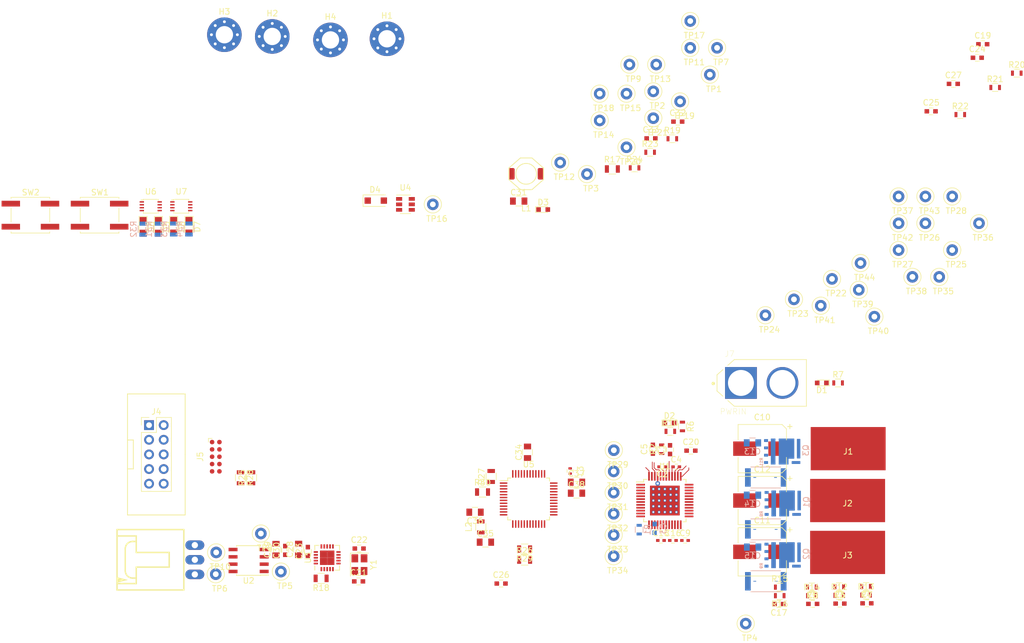
<source format=kicad_pcb>
(kicad_pcb (version 20171130) (host pcbnew "(5.1.5)-3")
  (layers (0 F.Cu signal) (1 In1.Cu power) (2 In2.Cu power) (31 B.Cu signal) (34 B.Paste user) (35 F.Paste user) (36 B.SilkS user) (37 F.SilkS user hide) (38 B.Mask user) (39 F.Mask user) (44 Edge.Cuts user))
  (net 0 "")
  (net 1 +BATT)
  (net 2 GND)
  (net 3 "Net-(C2-Pad1)")
  (net 4 "Net-(C2-Pad2)")
  (net 5 "Net-(C3-Pad1)")
  (net 6 "Net-(C4-Pad2)")
  (net 7 "Net-(C4-Pad1)")
  (net 8 "Net-(C5-Pad1)")
  (net 9 /TI_MCU/ADCINA3)
  (net 10 /TI_MCU/ADCINA1)
  (net 11 /TI_MCU/ADCINA7)
  (net 12 /Powertrain/SL_A)
  (net 13 /Powertrain/SP1)
  (net 14 /Powertrain/SP2)
  (net 15 /Powertrain/SL_B)
  (net 16 /TI_MCU/ADCINA0)
  (net 17 /Powertrain/SL_C)
  (net 18 /Powertrain/SP3)
  (net 19 "Net-(C19-Pad2)")
  (net 20 "Net-(C20-Pad1)")
  (net 21 "Net-(C21-Pad1)")
  (net 22 "Net-(C22-Pad1)")
  (net 23 +3V3)
  (net 24 /TI_MCU/ADCINB1)
  (net 25 /TI_MCU/ADCINB3)
  (net 26 /TI_MCU/ADCINB7)
  (net 27 "Net-(C32-Pad1)")
  (net 28 "Net-(C32-Pad2)")
  (net 29 "Net-(C34-Pad1)")
  (net 30 "Net-(C36-Pad1)")
  (net 31 "Net-(C37-Pad1)")
  (net 32 "Net-(C38-Pad1)")
  (net 33 "Net-(D1-Pad1)")
  (net 34 "Net-(D2-Pad1)")
  (net 35 "Net-(D3-Pad1)")
  (net 36 "Net-(D5-Pad1)")
  (net 37 "Net-(D5-Pad2)")
  (net 38 "Net-(D6-Pad2)")
  (net 39 "Net-(D6-Pad1)")
  (net 40 "Net-(D7-Pad2)")
  (net 41 "Net-(D7-Pad1)")
  (net 42 "Net-(D8-Pad1)")
  (net 43 "Net-(D8-Pad2)")
  (net 44 /Powertrain/Phase_A)
  (net 45 /Powertrain/Phase_B)
  (net 46 /Powertrain/Phase_C)
  (net 47 /TRST)
  (net 48 /TDI)
  (net 49 /TDO)
  (net 50 /GPIO29)
  (net 51 /TCK)
  (net 52 /GPIO28)
  (net 53 /TMS)
  (net 54 /CANL)
  (net 55 /CANH)
  (net 56 /Powertrain/GL_B)
  (net 57 /Powertrain/GH_B)
  (net 58 /Powertrain/SH_B)
  (net 59 /Powertrain/SH_C)
  (net 60 /Powertrain/GH_C)
  (net 61 /Powertrain/GL_C)
  (net 62 /Powertrain/SH_A)
  (net 63 /Powertrain/GH_A)
  (net 64 /Powertrain/GL_A)
  (net 65 /Powertrain/PWRGD)
  (net 66 "Net-(R2-Pad2)")
  (net 67 /TI_MCU/CAN_INT)
  (net 68 "Net-(R18-Pad2)")
  (net 69 "Net-(R23-Pad2)")
  (net 70 /TI_MCU/GPIO34)
  (net 71 /TXCAN)
  (net 72 /RXCAN)
  (net 73 /TI_MCU/EPWM1A)
  (net 74 /TI_MCU/EPWM1B)
  (net 75 /TI_MCU/EPWM2A)
  (net 76 /TI_MCU/EPWM2B)
  (net 77 /TI_MCU/EPWM3A)
  (net 78 /TI_MCU/EPWM3B)
  (net 79 /Powertrain/SPI_CS_0)
  (net 80 /TI_MCU/SPI_CS_1)
  (net 81 /Powertrain/SPI_MOSI)
  (net 82 /Powertrain/SPI_MISO)
  (net 83 /Powertrain/SPI_CLK)
  (net 84 /TI_MCU/GPIO7)
  (net 85 /Powertrain/EN_GATE)
  (net 86 "Net-(U4-Pad4)")
  (net 87 "Net-(U5-Pad46)")
  (net 88 "Net-(U5-Pad45)")
  (net 89 /TI_MCU/GPIO33)
  (net 90 /TI_MCU/ADCINB6)
  (net 91 /TI_MCU/ADCINB4)
  (net 92 /TI_MCU/ADCINB2)
  (net 93 /TI_MCU/ADCINA2)
  (net 94 /TI_MCU/ADCINA4)
  (net 95 /TI_MCU/ADCINA6)
  (net 96 "Net-(U3-Pad13)")
  (net 97 "Net-(U3-Pad10)")
  (net 98 "Net-(U3-Pad9)")
  (net 99 "Net-(U3-Pad5)")
  (net 100 "Net-(U3-Pad4)")
  (net 101 "Net-(U3-Pad3)")
  (net 102 "Net-(U3-Pad2)")
  (net 103 "Net-(U3-Pad1)")
  (net 104 "Net-(U2-Pad8)")
  (net 105 "Net-(U2-Pad5)")
  (net 106 /Powertrain/SN1)
  (net 107 /Powertrain/SN2)
  (net 108 /Powertrain/SN3)
  (module Buttons_Switches_SMD:SW_SPST_EVQQ2 (layer F.Cu) (at -37.65 53)
    (fp_text reference SW2 (at 0.05 -3.95) (layer F.SilkS))
    (fp_text value SW_Push)
    (pad 1 smd rect (at 3.4 -2) (size 3.2 1) (layers F.Cu F.Paste F.Mask) (net 67 /TI_MCU/CAN_INT))
    (pad 1 smd rect (at -3.4 -2) (size 3.2 1) (layers F.Cu F.Paste F.Mask) (net 67 /TI_MCU/CAN_INT))
    (pad 2 smd rect (at -3.4 2) (size 3.2 1) (layers F.Cu F.Paste F.Mask) (net 2 GND))
    (pad 2 smd rect (at 3.4 2) (size 3.2 1) (layers F.Cu F.Paste F.Mask) (net 2 GND))
  )
  (module Capacitors_SMD:C_0603 (layer F.Cu) (at 73.3 93.675 90)
    (fp_text reference C1 (at 0 -1.5 90) (layer F.SilkS))
    (fp_text value 4.7uF)
    (pad 1 smd rect (at -0.75 0 90) (size 0.8 0.75) (layers F.Cu F.Paste F.Mask) (net 1 +BATT))
    (pad 2 smd rect (at 0.75 0 90) (size 0.8 0.75) (layers F.Cu F.Paste F.Mask) (net 2 GND))
  )
  (module Capacitors_SMD:C_0603 (layer B.Cu) (at 70.625 107.325 90)
    (fp_text reference C3 (at 0 1.5 270) (layer B.SilkS) (effects (justify mirror)))
    (fp_text value 1uF)
    (pad 2 smd rect (at 0.75 0 90) (size 0.8 0.75) (layers B.Cu B.Paste B.Mask) (net 2 GND))
    (pad 1 smd rect (at -0.75 0 90) (size 0.8 0.75) (layers B.Cu B.Paste B.Mask) (net 5 "Net-(C3-Pad1)"))
  )
  (module Capacitors_SMD:C_0603 (layer F.Cu) (at 70.325 93.6 90)
    (fp_text reference C5 (at 0 -1.5 90) (layer F.SilkS))
    (fp_text value 1uF)
    (pad 2 smd rect (at 0.75 0 90) (size 0.8 0.75) (layers F.Cu F.Paste F.Mask) (net 2 GND))
    (pad 1 smd rect (at -0.75 0 90) (size 0.8 0.75) (layers F.Cu F.Paste F.Mask) (net 8 "Net-(C5-Pad1)"))
  )
  (module Capacitors_SMD:C_0603 (layer F.Cu) (at 102.775 120.375)
    (fp_text reference C6 (at 0 -1.5) (layer F.SilkS))
    (fp_text value 0.1uF)
    (pad 1 smd rect (at -0.75 0) (size 0.8 0.75) (layers F.Cu F.Paste F.Mask) (net 9 /TI_MCU/ADCINA3))
    (pad 2 smd rect (at 0.75 0) (size 0.8 0.75) (layers F.Cu F.Paste F.Mask) (net 2 GND))
  )
  (module Capacitors_SMD:C_0603 (layer F.Cu) (at 107.45 120.325)
    (fp_text reference C7 (at 0 -1.5) (layer F.SilkS))
    (fp_text value 0.1uF)
    (pad 1 smd rect (at -0.75 0) (size 0.8 0.75) (layers F.Cu F.Paste F.Mask) (net 10 /TI_MCU/ADCINA1))
    (pad 2 smd rect (at 0.75 0) (size 0.8 0.75) (layers F.Cu F.Paste F.Mask) (net 2 GND))
  )
  (module Capacitors_SMD:C_0603 (layer F.Cu) (at 98.05 120.425)
    (fp_text reference C8 (at 0 -1.5) (layer F.SilkS))
    (fp_text value 0.1uF)
    (pad 2 smd rect (at 0.75 0) (size 0.8 0.75) (layers F.Cu F.Paste F.Mask) (net 2 GND))
    (pad 1 smd rect (at -0.75 0) (size 0.8 0.75) (layers F.Cu F.Paste F.Mask) (net 11 /TI_MCU/ADCINA7))
  )
  (module Capacitors_SMD:CP_Elec_8x10.5 (layer F.Cu) (at 89.3 93.5 180)
    (fp_text reference C10 (at 0 5.45) (layer F.SilkS))
    (fp_text value 220uF)
    (fp_text user + (at -4.78 3.91) (layer F.SilkS))
    (pad 2 smd rect (at 3.05 0) (size 4 2.5) (layers F.Cu F.Paste F.Mask) (net 2 GND))
    (pad 1 smd rect (at -3.05 0) (size 4 2.5) (layers F.Cu F.Paste F.Mask) (net 1 +BATT))
  )
  (module Capacitors_SMD:CP_Elec_8x10.5 (layer F.Cu) (at 89.3 111.4 180)
    (fp_text reference C11 (at 0 5.45) (layer F.SilkS))
    (fp_text value 220uF)
    (fp_text user + (at -4.78 3.91) (layer F.SilkS))
    (pad 1 smd rect (at -3.05 0) (size 4 2.5) (layers F.Cu F.Paste F.Mask) (net 1 +BATT))
    (pad 2 smd rect (at 3.05 0) (size 4 2.5) (layers F.Cu F.Paste F.Mask) (net 2 GND))
  )
  (module Capacitors_SMD:CP_Elec_8x10.5 (layer F.Cu) (at 89.3 102.5 180)
    (fp_text reference C12 (at 0 5.45) (layer F.SilkS))
    (fp_text value 220uF)
    (fp_text user + (at -4.78 3.91) (layer F.SilkS))
    (pad 2 smd rect (at 3.05 0) (size 4 2.5) (layers F.Cu F.Paste F.Mask) (net 2 GND))
    (pad 1 smd rect (at -3.05 0) (size 4 2.5) (layers F.Cu F.Paste F.Mask) (net 1 +BATT))
  )
  (module Capacitors_SMD:C_0805 (layer B.Cu) (at 87.6 92.5)
    (fp_text reference C13 (at 0 1.5) (layer B.SilkS) (effects (justify mirror)))
    (fp_text value 22uF)
    (pad 1 smd rect (at -1 0) (size 1 1.25) (layers B.Cu B.Paste B.Mask) (net 2 GND))
    (pad 2 smd rect (at 1 0) (size 1 1.25) (layers B.Cu B.Paste B.Mask) (net 1 +BATT))
  )
  (module Capacitors_SMD:C_0805 (layer B.Cu) (at 87.6 101.575)
    (fp_text reference C14 (at 0 1.5) (layer B.SilkS) (effects (justify mirror)))
    (fp_text value 22uF)
    (pad 2 smd rect (at 1 0) (size 1 1.25) (layers B.Cu B.Paste B.Mask) (net 1 +BATT))
    (pad 1 smd rect (at -1 0) (size 1 1.25) (layers B.Cu B.Paste B.Mask) (net 2 GND))
  )
  (module Capacitors_SMD:C_0805 (layer B.Cu) (at 87.625 110.575)
    (fp_text reference C15 (at 0 1.5) (layer B.SilkS) (effects (justify mirror)))
    (fp_text value 22uF)
    (pad 1 smd rect (at -1 0) (size 1 1.25) (layers B.Cu B.Paste B.Mask) (net 2 GND))
    (pad 2 smd rect (at 1 0) (size 1 1.25) (layers B.Cu B.Paste B.Mask) (net 1 +BATT))
  )
  (module Capacitors_SMD:C_0603 (layer F.Cu) (at 92.175 120.45 180)
    (fp_text reference C17 (at 0 -1.5) (layer F.SilkS))
    (fp_text value 0.1uF)
    (pad 2 smd rect (at 0.75 0 180) (size 0.8 0.75) (layers F.Cu F.Paste F.Mask) (net 2 GND))
    (pad 1 smd rect (at -0.75 0 180) (size 0.8 0.75) (layers F.Cu F.Paste F.Mask) (net 16 /TI_MCU/ADCINA0))
  )
  (module Capacitors_SMD:C_0603 (layer F.Cu) (at 127.545001 23.345001)
    (fp_text reference C19 (at 0 -1.5) (layer F.SilkS))
    (fp_text value 2.2uF)
    (pad 2 smd rect (at 0.75 0) (size 0.8 0.75) (layers F.Cu F.Paste F.Mask) (net 19 "Net-(C19-Pad2)"))
    (pad 1 smd rect (at -0.75 0) (size 0.8 0.75) (layers F.Cu F.Paste F.Mask) (net 1 +BATT))
  )
  (module Capacitors_SMD:C_0603 (layer F.Cu) (at 76.925 93.85)
    (fp_text reference C20 (at 0 -1.5) (layer F.SilkS))
    (fp_text value 1uF)
    (pad 1 smd rect (at -0.75 0) (size 0.8 0.75) (layers F.Cu F.Paste F.Mask) (net 20 "Net-(C20-Pad1)"))
    (pad 2 smd rect (at 0.75 0) (size 0.8 0.75) (layers F.Cu F.Paste F.Mask) (net 2 GND))
  )
  (module Capacitors_SMD:C_0603 (layer F.Cu) (at 19.275 116.525)
    (fp_text reference C21 (at 0 -1.5) (layer F.SilkS))
    (fp_text value 15pF)
    (pad 2 smd rect (at 0.75 0) (size 0.8 0.75) (layers F.Cu F.Paste F.Mask) (net 2 GND))
    (pad 1 smd rect (at -0.75 0) (size 0.8 0.75) (layers F.Cu F.Paste F.Mask) (net 21 "Net-(C21-Pad1)"))
  )
  (module Capacitors_SMD:C_0603 (layer F.Cu) (at 19.375 110.825)
    (fp_text reference C22 (at 0 -1.5) (layer F.SilkS))
    (fp_text value 15pF)
    (pad 1 smd rect (at -0.75 0) (size 0.8 0.75) (layers F.Cu F.Paste F.Mask) (net 22 "Net-(C22-Pad1)"))
    (pad 2 smd rect (at 0.75 0) (size 0.8 0.75) (layers F.Cu F.Paste F.Mask) (net 2 GND))
  )
  (module Capacitors_SMD:C_0603 (layer F.Cu) (at 10.475 111.325 90)
    (fp_text reference C23 (at 0 -1.5 90) (layer F.SilkS))
    (fp_text value 0.1uF)
    (pad 2 smd rect (at 0.75 0 90) (size 0.8 0.75) (layers F.Cu F.Paste F.Mask) (net 2 GND))
    (pad 1 smd rect (at -0.75 0 90) (size 0.8 0.75) (layers F.Cu F.Paste F.Mask) (net 23 +3V3))
  )
  (module Capacitors_SMD:C_0603 (layer F.Cu) (at 126.595001 25.695001)
    (fp_text reference C24 (at 0 -1.5) (layer F.SilkS))
    (fp_text value 2200pF)
    (pad 1 smd rect (at -0.75 0) (size 0.8 0.75) (layers F.Cu F.Paste F.Mask) (net 24 /TI_MCU/ADCINB1))
    (pad 2 smd rect (at 0.75 0) (size 0.8 0.75) (layers F.Cu F.Paste F.Mask) (net 2 GND))
  )
  (module Capacitors_SMD:C_0603 (layer F.Cu) (at 118.595001 34.985001)
    (fp_text reference C25 (at 0 -1.5) (layer F.SilkS))
    (fp_text value 2200pF)
    (pad 2 smd rect (at 0.75 0) (size 0.8 0.75) (layers F.Cu F.Paste F.Mask) (net 2 GND))
    (pad 1 smd rect (at -0.75 0) (size 0.8 0.75) (layers F.Cu F.Paste F.Mask) (net 25 /TI_MCU/ADCINB3))
  )
  (module Capacitors_SMD:C_0603 (layer F.Cu) (at 44 116.9)
    (fp_text reference C26 (at 0 -1.5) (layer F.SilkS))
    (fp_text value 2200pF)
    (pad 1 smd rect (at -0.75 0) (size 0.8 0.75) (layers F.Cu F.Paste F.Mask) (net 26 /TI_MCU/ADCINB7))
    (pad 2 smd rect (at 0.75 0) (size 0.8 0.75) (layers F.Cu F.Paste F.Mask) (net 2 GND))
  )
  (module Capacitors_SMD:C_0603 (layer F.Cu) (at 122.445001 30.225001)
    (fp_text reference C27 (at 0 -1.5) (layer F.SilkS))
    (fp_text value 1uF)
    (pad 1 smd rect (at -0.75 0) (size 0.8 0.75) (layers F.Cu F.Paste F.Mask) (net 23 +3V3))
    (pad 2 smd rect (at 0.75 0) (size 0.8 0.75) (layers F.Cu F.Paste F.Mask) (net 2 GND))
  )
  (module Capacitors_SMD:C_0805 (layer F.Cu) (at 8.875 110.975 90)
    (fp_text reference C28 (at 0 -1.5 90) (layer F.SilkS))
    (fp_text value 1uF)
    (pad 1 smd rect (at -1 0 90) (size 1 1.25) (layers F.Cu F.Paste F.Mask) (net 23 +3V3))
    (pad 2 smd rect (at 1 0 90) (size 1 1.25) (layers F.Cu F.Paste F.Mask) (net 2 GND))
  )
  (module Capacitors_SMD:C_0805 (layer F.Cu) (at 4.95 111 90)
    (fp_text reference C29 (at 0 -1.5 90) (layer F.SilkS))
    (fp_text value 1uF)
    (pad 2 smd rect (at 1 0 90) (size 1 1.25) (layers F.Cu F.Paste F.Mask) (net 2 GND))
    (pad 1 smd rect (at -1 0 90) (size 1 1.25) (layers F.Cu F.Paste F.Mask) (net 23 +3V3))
  )
  (module Capacitors_SMD:C_0603 (layer F.Cu) (at 6.55 111.15 90)
    (fp_text reference C30 (at 0 -1.5 90) (layer F.SilkS))
    (fp_text value 0.1uF)
    (pad 2 smd rect (at 0.75 0 90) (size 0.8 0.75) (layers F.Cu F.Paste F.Mask) (net 2 GND))
    (pad 1 smd rect (at -0.75 0 90) (size 0.8 0.75) (layers F.Cu F.Paste F.Mask) (net 23 +3V3))
  )
  (module Capacitors_SMD:C_0805 (layer F.Cu) (at 47.045001 50.560001)
    (fp_text reference C31 (at 0 -1.5) (layer F.SilkS))
    (fp_text value 22uF)
    (pad 2 smd rect (at 1 0) (size 1 1.25) (layers F.Cu F.Paste F.Mask) (net 23 +3V3))
    (pad 1 smd rect (at -1 0) (size 1 1.25) (layers F.Cu F.Paste F.Mask) (net 2 GND))
  )
  (module Capacitors_SMD:C_0603 (layer F.Cu) (at 74.645001 36.775001)
    (fp_text reference C32 (at 0 -1.5) (layer F.SilkS))
    (fp_text value 0.33uF)
    (pad 1 smd rect (at -0.75 0) (size 0.8 0.75) (layers F.Cu F.Paste F.Mask) (net 27 "Net-(C32-Pad1)"))
    (pad 2 smd rect (at 0.75 0) (size 0.8 0.75) (layers F.Cu F.Paste F.Mask) (net 28 "Net-(C32-Pad2)"))
  )
  (module Capacitors_SMD:C_0603 (layer F.Cu) (at 69.995001 39.675001)
    (fp_text reference C33 (at 0 -1.5) (layer F.SilkS))
    (fp_text value 0.1uF)
    (pad 2 smd rect (at 0.75 0) (size 0.8 0.75) (layers F.Cu F.Paste F.Mask) (net 2 GND))
    (pad 1 smd rect (at -0.75 0) (size 0.8 0.75) (layers F.Cu F.Paste F.Mask) (net 1 +BATT))
  )
  (module Capacitors_SMD:C_0805 (layer F.Cu) (at 48.575 94.125 90)
    (fp_text reference C34 (at 0 -1.5 90) (layer F.SilkS))
    (fp_text value 2.2uF)
    (pad 2 smd rect (at 1 0 90) (size 1 1.25) (layers F.Cu F.Paste F.Mask) (net 2 GND))
    (pad 1 smd rect (at -1 0 90) (size 1 1.25) (layers F.Cu F.Paste F.Mask) (net 29 "Net-(C34-Pad1)"))
  )
  (module Capacitors_SMD:C_0805 (layer F.Cu) (at 41.275 109.725)
    (fp_text reference C35 (at 0 -1.5) (layer F.SilkS))
    (fp_text value 2.2uF)
    (pad 2 smd rect (at 1 0) (size 1 1.25) (layers F.Cu F.Paste F.Mask) (net 2 GND))
    (pad 1 smd rect (at -1 0) (size 1 1.25) (layers F.Cu F.Paste F.Mask) (net 23 +3V3))
  )
  (module Capacitors_SMD:C_0805 (layer F.Cu) (at 39.475 104.525 180)
    (fp_text reference C36 (at 0 -1.5) (layer F.SilkS))
    (fp_text value 2.2uF)
    (pad 1 smd rect (at -1 0 180) (size 1 1.25) (layers F.Cu F.Paste F.Mask) (net 30 "Net-(C36-Pad1)"))
    (pad 2 smd rect (at 1 0 180) (size 1 1.25) (layers F.Cu F.Paste F.Mask) (net 2 GND))
  )
  (module Capacitors_SMD:C_0805 (layer F.Cu) (at 57.075 99.325)
    (fp_text reference C37 (at 0 -1.5) (layer F.SilkS))
    (fp_text value 2.2uF)
    (pad 2 smd rect (at 1 0) (size 1 1.25) (layers F.Cu F.Paste F.Mask) (net 2 GND))
    (pad 1 smd rect (at -1 0) (size 1 1.25) (layers F.Cu F.Paste F.Mask) (net 31 "Net-(C37-Pad1)"))
  )
  (module Capacitors_SMD:C_0805 (layer F.Cu) (at 57.075 101.225)
    (fp_text reference C38 (at 0 -1.5) (layer F.SilkS))
    (fp_text value 2.2uF)
    (pad 1 smd rect (at -1 0) (size 1 1.25) (layers F.Cu F.Paste F.Mask) (net 32 "Net-(C38-Pad1)"))
    (pad 2 smd rect (at 1 0) (size 1 1.25) (layers F.Cu F.Paste F.Mask) (net 2 GND))
  )
  (module LEDs:LED_0603 (layer F.Cu) (at 99.625 82.1 180)
    (fp_text reference D1 (at 0 -1.25) (layer F.SilkS))
    (fp_text value BLUE)
    (pad 2 smd rect (at 0.8 0) (size 0.8 0.8) (layers F.Cu F.Paste F.Mask) (net 1 +BATT))
    (pad 1 smd rect (at -0.8 0) (size 0.8 0.8) (layers F.Cu F.Paste F.Mask) (net 33 "Net-(D1-Pad1)"))
  )
  (module LEDs:LED_0603 (layer F.Cu) (at 73.2 89.05)
    (fp_text reference D2 (at 0 -1.25) (layer F.SilkS))
    (fp_text value RED)
    (pad 1 smd rect (at -0.8 0 180) (size 0.8 0.8) (layers F.Cu F.Paste F.Mask) (net 34 "Net-(D2-Pad1)"))
    (pad 2 smd rect (at 0.8 0 180) (size 0.8 0.8) (layers F.Cu F.Paste F.Mask) (net 23 +3V3))
  )
  (module LEDs:LED_0603 (layer F.Cu) (at 51.295001 52.025001)
    (fp_text reference D3 (at 0 -1.25) (layer F.SilkS))
    (fp_text value GREEN)
    (pad 1 smd rect (at -0.8 0 180) (size 0.8 0.8) (layers F.Cu F.Paste F.Mask) (net 35 "Net-(D3-Pad1)"))
    (pad 2 smd rect (at 0.8 0 180) (size 0.8 0.8) (layers F.Cu F.Paste F.Mask) (net 23 +3V3))
  )
  (module Diodes_SMD:D_SOD-123F (layer F.Cu) (at 22.260001 50.475001)
    (fp_text reference D4 (at -0.127 -1.905) (layer F.SilkS))
    (fp_text value D_Schottky_ALT)
    (pad 2 smd rect (at 1.4 0) (size 1.1 1.1) (layers F.Cu F.Paste F.Mask) (net 2 GND))
    (pad 1 smd rect (at -1.4 0) (size 1.1 1.1) (layers F.Cu F.Paste F.Mask) (net 27 "Net-(C32-Pad1)"))
  )
  (module LEDs:LED_0805 (layer F.Cu) (at -15.45 55.025 270)
    (fp_text reference D5 (at 0 -1.45 90) (layer F.SilkS))
    (fp_text value BLUE)
    (pad 1 smd rect (at -1.1 0 90) (size 1.2 1.2) (layers F.Cu F.Paste F.Mask) (net 36 "Net-(D5-Pad1)"))
    (pad 2 smd rect (at 1.1 0 90) (size 1.2 1.2) (layers F.Cu F.Paste F.Mask) (net 37 "Net-(D5-Pad2)"))
  )
  (module LEDs:LED_0805 (layer F.Cu) (at -18.1 55.025 270)
    (fp_text reference D6 (at 0 -1.45 90) (layer F.SilkS))
    (fp_text value BLUE)
    (pad 2 smd rect (at 1.1 0 90) (size 1.2 1.2) (layers F.Cu F.Paste F.Mask) (net 38 "Net-(D6-Pad2)"))
    (pad 1 smd rect (at -1.1 0 90) (size 1.2 1.2) (layers F.Cu F.Paste F.Mask) (net 39 "Net-(D6-Pad1)"))
  )
  (module LEDs:LED_0805 (layer F.Cu) (at -10.15 55 270)
    (fp_text reference D7 (at 0 -1.45 90) (layer F.SilkS))
    (fp_text value BLUE)
    (pad 2 smd rect (at 1.1 0 90) (size 1.2 1.2) (layers F.Cu F.Paste F.Mask) (net 40 "Net-(D7-Pad2)"))
    (pad 1 smd rect (at -1.1 0 90) (size 1.2 1.2) (layers F.Cu F.Paste F.Mask) (net 41 "Net-(D7-Pad1)"))
  )
  (module LEDs:LED_0805 (layer F.Cu) (at -12.8 55 270)
    (fp_text reference D8 (at 0 -1.45 90) (layer F.SilkS))
    (fp_text value BLUE)
    (pad 1 smd rect (at -1.1 0 90) (size 1.2 1.2) (layers F.Cu F.Paste F.Mask) (net 42 "Net-(D8-Pad1)"))
    (pad 2 smd rect (at 1.1 0 90) (size 1.2 1.2) (layers F.Cu F.Paste F.Mask) (net 43 "Net-(D8-Pad2)"))
  )
  (module Mounting_Holes:MountingHole_3mm_Pad_Via (layer F.Cu) (at 24.2 22.4)
    (fp_text reference H1 (at 0 -4) (layer F.SilkS))
    (fp_text value MountingHole)
    (pad 1 thru_hole circle (at 0 0) (size 6 6) (drill 3) (layers *.Cu *.Mask))
    (pad 1 thru_hole circle (at 2.25 0) (size 0.8 0.8) (drill 0.5) (layers *.Cu *.Mask))
    (pad 1 thru_hole circle (at 1.59099 1.59099) (size 0.8 0.8) (drill 0.5) (layers *.Cu *.Mask))
    (pad 1 thru_hole circle (at 0 2.25) (size 0.8 0.8) (drill 0.5) (layers *.Cu *.Mask))
    (pad 1 thru_hole circle (at -1.59099 1.59099) (size 0.8 0.8) (drill 0.5) (layers *.Cu *.Mask))
    (pad 1 thru_hole circle (at -2.25 0) (size 0.8 0.8) (drill 0.5) (layers *.Cu *.Mask))
    (pad 1 thru_hole circle (at -1.59099 -1.59099) (size 0.8 0.8) (drill 0.5) (layers *.Cu *.Mask))
    (pad 1 thru_hole circle (at 0 -2.25) (size 0.8 0.8) (drill 0.5) (layers *.Cu *.Mask))
    (pad 1 thru_hole circle (at 1.59099 -1.59099) (size 0.8 0.8) (drill 0.5) (layers *.Cu *.Mask))
  )
  (module Mounting_Holes:MountingHole_3mm_Pad_Via (layer F.Cu) (at 4.3 22)
    (fp_text reference H2 (at 0 -4) (layer F.SilkS))
    (fp_text value MountingHole)
    (pad 1 thru_hole circle (at 1.59099 -1.59099) (size 0.8 0.8) (drill 0.5) (layers *.Cu *.Mask))
    (pad 1 thru_hole circle (at 0 -2.25) (size 0.8 0.8) (drill 0.5) (layers *.Cu *.Mask))
    (pad 1 thru_hole circle (at -1.59099 -1.59099) (size 0.8 0.8) (drill 0.5) (layers *.Cu *.Mask))
    (pad 1 thru_hole circle (at -2.25 0) (size 0.8 0.8) (drill 0.5) (layers *.Cu *.Mask))
    (pad 1 thru_hole circle (at -1.59099 1.59099) (size 0.8 0.8) (drill 0.5) (layers *.Cu *.Mask))
    (pad 1 thru_hole circle (at 0 2.25) (size 0.8 0.8) (drill 0.5) (layers *.Cu *.Mask))
    (pad 1 thru_hole circle (at 1.59099 1.59099) (size 0.8 0.8) (drill 0.5) (layers *.Cu *.Mask))
    (pad 1 thru_hole circle (at 2.25 0) (size 0.8 0.8) (drill 0.5) (layers *.Cu *.Mask))
    (pad 1 thru_hole circle (at 0 0) (size 6 6) (drill 3) (layers *.Cu *.Mask))
  )
  (module Mounting_Holes:MountingHole_3mm_Pad_Via (layer F.Cu) (at -4 21.7)
    (fp_text reference H3 (at 0 -4) (layer F.SilkS))
    (fp_text value MountingHole)
    (pad 1 thru_hole circle (at 1.59099 -1.59099) (size 0.8 0.8) (drill 0.5) (layers *.Cu *.Mask))
    (pad 1 thru_hole circle (at 0 -2.25) (size 0.8 0.8) (drill 0.5) (layers *.Cu *.Mask))
    (pad 1 thru_hole circle (at -1.59099 -1.59099) (size 0.8 0.8) (drill 0.5) (layers *.Cu *.Mask))
    (pad 1 thru_hole circle (at -2.25 0) (size 0.8 0.8) (drill 0.5) (layers *.Cu *.Mask))
    (pad 1 thru_hole circle (at -1.59099 1.59099) (size 0.8 0.8) (drill 0.5) (layers *.Cu *.Mask))
    (pad 1 thru_hole circle (at 0 2.25) (size 0.8 0.8) (drill 0.5) (layers *.Cu *.Mask))
    (pad 1 thru_hole circle (at 1.59099 1.59099) (size 0.8 0.8) (drill 0.5) (layers *.Cu *.Mask))
    (pad 1 thru_hole circle (at 2.25 0) (size 0.8 0.8) (drill 0.5) (layers *.Cu *.Mask))
    (pad 1 thru_hole circle (at 0 0) (size 6 6) (drill 3) (layers *.Cu *.Mask))
  )
  (module Mounting_Holes:MountingHole_3mm_Pad_Via (layer F.Cu) (at 14.4 22.6)
    (fp_text reference H4 (at 0 -4) (layer F.SilkS))
    (fp_text value MountingHole)
    (pad 1 thru_hole circle (at 0 0) (size 6 6) (drill 3) (layers *.Cu *.Mask))
    (pad 1 thru_hole circle (at 2.25 0) (size 0.8 0.8) (drill 0.5) (layers *.Cu *.Mask))
    (pad 1 thru_hole circle (at 1.59099 1.59099) (size 0.8 0.8) (drill 0.5) (layers *.Cu *.Mask))
    (pad 1 thru_hole circle (at 0 2.25) (size 0.8 0.8) (drill 0.5) (layers *.Cu *.Mask))
    (pad 1 thru_hole circle (at -1.59099 1.59099) (size 0.8 0.8) (drill 0.5) (layers *.Cu *.Mask))
    (pad 1 thru_hole circle (at -2.25 0) (size 0.8 0.8) (drill 0.5) (layers *.Cu *.Mask))
    (pad 1 thru_hole circle (at -1.59099 -1.59099) (size 0.8 0.8) (drill 0.5) (layers *.Cu *.Mask))
    (pad 1 thru_hole circle (at 0 -2.25) (size 0.8 0.8) (drill 0.5) (layers *.Cu *.Mask))
    (pad 1 thru_hole circle (at 1.59099 -1.59099) (size 0.8 0.8) (drill 0.5) (layers *.Cu *.Mask))
  )
  (module MCU_Powertrain:3mm_Bullet_RA (layer F.Cu) (at 104.2 93.5)
    (fp_text reference J1 (at 0 0.5) (layer F.SilkS))
    (fp_text value PHASE_A)
    (pad 1 smd rect (at 0 0) (size 13 7.5) (layers F.Cu F.Paste F.Mask) (net 44 /Powertrain/Phase_A))
  )
  (module MCU_Powertrain:3mm_Bullet_RA (layer F.Cu) (at 104.1 102.5)
    (fp_text reference J2 (at 0 0.5) (layer F.SilkS))
    (fp_text value PHASE_B)
    (pad 1 smd rect (at 0 0) (size 13 7.5) (layers F.Cu F.Paste F.Mask) (net 45 /Powertrain/Phase_B))
  )
  (module MCU_Powertrain:3mm_Bullet_RA (layer F.Cu) (at 104.1 111.5)
    (fp_text reference J3 (at 0 0.5) (layer F.SilkS))
    (fp_text value PHASE_C)
    (pad 1 smd rect (at 0 0) (size 13 7.5) (layers F.Cu F.Paste F.Mask) (net 46 /Powertrain/Phase_C))
  )
  (module MCU_Powertrain:2x05_Prog_Header (layer F.Cu) (at -15.8 94.5)
    (fp_text reference J4 (at 0 -7.41) (layer F.SilkS))
    (fp_text value "Big Conn")
    (pad 10 thru_hole oval (at 1.27 5.08) (size 1.7 1.7) (drill 1) (layers *.Cu *.Mask) (net 47 /TRST))
    (pad 9 thru_hole oval (at -1.27 5.08) (size 1.7 1.7) (drill 1) (layers *.Cu *.Mask) (net 2 GND))
    (pad 8 thru_hole oval (at 1.27 2.54) (size 1.7 1.7) (drill 1) (layers *.Cu *.Mask) (net 48 /TDI))
    (pad 7 thru_hole oval (at -1.27 2.54) (size 1.7 1.7) (drill 1) (layers *.Cu *.Mask) (net 2 GND))
    (pad 6 thru_hole oval (at 1.27 0) (size 1.7 1.7) (drill 1) (layers *.Cu *.Mask) (net 49 /TDO))
    (pad 5 thru_hole oval (at -1.27 0) (size 1.7 1.7) (drill 1) (layers *.Cu *.Mask) (net 50 /GPIO29))
    (pad 4 thru_hole oval (at 1.27 -2.54) (size 1.7 1.7) (drill 1) (layers *.Cu *.Mask) (net 51 /TCK))
    (pad 3 thru_hole oval (at -1.27 -2.54) (size 1.7 1.7) (drill 1) (layers *.Cu *.Mask) (net 52 /GPIO28))
    (pad 2 thru_hole oval (at 1.27 -5.08) (size 1.7 1.7) (drill 1) (layers *.Cu *.Mask) (net 53 /TMS))
    (pad 1 thru_hole rect (at -1.27 -5.08) (size 1.7 1.7) (drill 1) (layers *.Cu *.Mask) (net 23 +3V3))
  )
  (module Connectors:Tag-Connect_TC2050-IDC-NL (layer F.Cu) (at -5.5 94.9 270)
    (fp_text reference J5 (at 0 2.7 90) (layer F.SilkS))
    (fp_text value "Pogo Conn")
    (pad 10 connect circle (at -2.54 -0.635 270) (size 0.7874 0.7874) (layers F.Cu F.Mask) (net 47 /TRST))
    (pad 9 connect circle (at -1.27 -0.635 270) (size 0.7874 0.7874) (layers F.Cu F.Mask) (net 2 GND))
    (pad 8 connect circle (at 0 -0.635 270) (size 0.7874 0.7874) (layers F.Cu F.Mask) (net 48 /TDI))
    (pad 7 connect circle (at 1.27 -0.635 270) (size 0.7874 0.7874) (layers F.Cu F.Mask) (net 2 GND))
    (pad 6 connect circle (at 2.54 -0.635 270) (size 0.7874 0.7874) (layers F.Cu F.Mask) (net 49 /TDO))
    (pad 5 connect circle (at 2.54 0.635 270) (size 0.7874 0.7874) (layers F.Cu F.Mask) (net 50 /GPIO29))
    (pad 4 connect circle (at 1.27 0.635 270) (size 0.7874 0.7874) (layers F.Cu F.Mask) (net 51 /TCK))
    (pad 3 connect circle (at 0 0.635 270) (size 0.7874 0.7874) (layers F.Cu F.Mask) (net 52 /GPIO28))
    (pad 2 connect circle (at -1.27 0.635 270) (size 0.7874 0.7874) (layers F.Cu F.Mask) (net 53 /TMS))
    (pad 1 connect circle (at -2.54 0.635 270) (size 0.7874 0.7874) (layers F.Cu F.Mask) (net 23 +3V3))
    (pad "" np_thru_hole circle (at -3.81 0 270) (size 0.9906 0.9906) (drill 0.9906) (layers *.Cu *.Mask))
    (pad "" np_thru_hole circle (at 3.81 1.016 270) (size 0.9906 0.9906) (drill 0.9906) (layers *.Cu *.Mask))
    (pad "" np_thru_hole circle (at 3.81 -1.016 270) (size 0.9906 0.9906) (drill 0.9906) (layers *.Cu *.Mask))
  )
  (module MCU_Powertrain:70553-03 (layer F.Cu) (at -16.75 112.775 90)
    (fp_text reference J6 hide)
    (fp_text value "Conn CAN" hide)
    (pad 2 thru_hole oval (at 0 7.62 180) (size 3.2766 1.6383) (drill 1.0922) (layers *.Cu *.Mask) (net 54 /CANL))
    (pad 1 thru_hole oval (at -2.54 7.62 180) (size 3.2766 1.6383) (drill 1.0922) (layers *.Cu *.Mask) (net 55 /CANH))
    (pad 3 thru_hole oval (at 2.54 7.62 180) (size 3.2766 1.6383) (drill 1.0922) (layers *.Cu *.Mask) (net 2 GND))
  )
  (module MCU_Powertrain:AMASS_XT60-M (layer F.Cu) (at 89.2 82.1)
    (fp_text reference J7 (at -5.56386 -5.03849) (layer F.SilkS) (effects (font (size 1.00069 1.00069) (thickness 0.05))))
    (fp_text value PWRIN (at -4.92836 4.9684) (layer F.SilkS) (effects (font (size 1.00069 1.00069) (thickness 0.05))))
    (pad 2 thru_hole circle (at 3.6 0) (size 5.516 5.516) (drill 4.5) (layers *.Cu *.Mask) (net 1 +BATT))
    (pad 1 thru_hole rect (at -3.6 0) (size 5.516 5.516) (drill 4.5) (layers *.Cu *.Mask) (net 2 GND))
  )
  (module MCU_Powertrain:Eaton_Inductor (layer F.Cu) (at 48.345001 45.825001)
    (fp_text reference L1 (at 0 6) (layer F.SilkS))
    (fp_text value 15uH)
    (pad 1 smd roundrect (at -2.5 0) (size 1 2) (layers F.Cu F.Paste F.Mask) (net 27 "Net-(C32-Pad1)"))
    (pad 2 smd roundrect (at 2.5 0) (size 1 2) (layers F.Cu F.Paste F.Mask) (net 23 +3V3))
  )
  (module Inductors_SMD:L_0805 (layer F.Cu) (at 40.475 107.075 90)
    (fp_text reference L2 (at 0 -2.1 90) (layer F.SilkS))
    (fp_text value FB)
    (pad 2 smd rect (at 0.95 0 90) (size 0.7 1.3) (layers F.Cu F.Paste F.Mask) (net 30 "Net-(C36-Pad1)"))
    (pad 1 smd rect (at -0.95 0 90) (size 0.7 1.3) (layers F.Cu F.Paste F.Mask) (net 23 +3V3))
  )
  (module Inductors_SMD:L_0402 (layer F.Cu) (at 55.975 97.375 270)
    (fp_text reference L3 (at 0 -1.8 90) (layer F.SilkS))
    (fp_text value FB)
    (pad 2 smd rect (at 0.45 0 270) (size 0.4 0.6) (layers F.Cu F.Paste F.Mask) (net 31 "Net-(C37-Pad1)"))
    (pad 1 smd rect (at -0.45 0 270) (size 0.4 0.6) (layers F.Cu F.Paste F.Mask) (net 23 +3V3))
  )
  (module MCU_Powertrain:SIZF906DT (layer B.Cu) (at 89.9 103 90)
    (fp_text reference Q1 (at 0.21 7.07 -90) (layer B.SilkS) (effects (justify mirror)))
    (fp_text value SIZF906DT)
    (pad 3 smd roundrect (at -1.905 5.35 90) (size 0.5 1.5) (layers B.Cu B.Paste B.Mask) (roundrect_rratio 0.1) (net 56 /Powertrain/GL_B))
    (pad 5 smd roundrect (at 0.5 5.8 90) (size 3.4 0.6) (layers B.Cu B.Paste B.Mask) (roundrect_rratio 0.1) (net 45 /Powertrain/Phase_B))
    (pad 6 smd custom (at 0 2.65 90) (size 0.5 0.5) (layers B.Cu B.Paste B.Mask) (net 15 /Powertrain/SL_B) (options (clearance outline) (anchor rect)) (primitives (gr_poly (pts (xy 0 -0.25) (xy -2.2 -0.25) (xy -2.2 1.35) (xy -1.2 1.35) (xy -1.2 2.35) (xy 2.2 2.35) (xy 2.2 -0.25)) (width 0.1))))
    (pad 4 smd roundrect (at 0 1.38 90) (size 4.5 0.8) (layers B.Cu B.Paste B.Mask) (roundrect_rratio 0.05) (net 1 +BATT))
    (pad 1 smd roundrect (at -1.905 0.154 90) (size 0.5 0.7) (layers B.Cu B.Paste B.Mask) (roundrect_rratio 0.1) (net 57 /Powertrain/GH_B))
    (pad 4 smd roundrect (at 1.905 0.154 90) (size 0.5 0.7) (layers B.Cu B.Paste B.Mask) (roundrect_rratio 0.1) (net 1 +BATT))
    (pad 2 smd roundrect (at -0.635 0.154 90) (size 0.5 0.7) (layers B.Cu B.Paste B.Mask) (roundrect_rratio 0.1) (net 58 /Powertrain/SH_B))
    (pad 4 smd roundrect (at 0.635 0.154 90) (size 0.5 0.7) (layers B.Cu B.Paste B.Mask) (roundrect_rratio 0.1) (net 1 +BATT))
  )
  (module MCU_Powertrain:SIZF906DT (layer B.Cu) (at 89.875 111.975 90)
    (fp_text reference Q2 (at 0.21 7.07 270) (layer B.SilkS) (effects (justify mirror)))
    (fp_text value SIZF906DT)
    (pad 4 smd roundrect (at 0.635 0.154 90) (size 0.5 0.7) (layers B.Cu B.Paste B.Mask) (roundrect_rratio 0.1) (net 1 +BATT))
    (pad 2 smd roundrect (at -0.635 0.154 90) (size 0.5 0.7) (layers B.Cu B.Paste B.Mask) (roundrect_rratio 0.1) (net 59 /Powertrain/SH_C))
    (pad 4 smd roundrect (at 1.905 0.154 90) (size 0.5 0.7) (layers B.Cu B.Paste B.Mask) (roundrect_rratio 0.1) (net 1 +BATT))
    (pad 1 smd roundrect (at -1.905 0.154 90) (size 0.5 0.7) (layers B.Cu B.Paste B.Mask) (roundrect_rratio 0.1) (net 60 /Powertrain/GH_C))
    (pad 4 smd roundrect (at 0 1.38 90) (size 4.5 0.8) (layers B.Cu B.Paste B.Mask) (roundrect_rratio 0.05) (net 1 +BATT))
    (pad 6 smd custom (at 0 2.65 90) (size 0.5 0.5) (layers B.Cu B.Paste B.Mask) (net 17 /Powertrain/SL_C) (options (clearance outline) (anchor rect)) (primitives (gr_poly (pts (xy 0 -0.25) (xy -2.2 -0.25) (xy -2.2 1.35) (xy -1.2 1.35) (xy -1.2 2.35) (xy 2.2 2.35) (xy 2.2 -0.25)) (width 0.1))))
    (pad 5 smd roundrect (at 0.5 5.8 90) (size 3.4 0.6) (layers B.Cu B.Paste B.Mask) (roundrect_rratio 0.1) (net 46 /Powertrain/Phase_C))
    (pad 3 smd roundrect (at -1.905 5.35 90) (size 0.5 1.5) (layers B.Cu B.Paste B.Mask) (roundrect_rratio 0.1) (net 61 /Powertrain/GL_C))
  )
  (module MCU_Powertrain:SIZF906DT (layer B.Cu) (at 89.8 94 90)
    (fp_text reference Q3 (at 0.21 7.07 90) (layer B.SilkS) (effects (justify mirror)))
    (fp_text value SIZF906DT)
    (pad 4 smd roundrect (at 0.635 0.154 90) (size 0.5 0.7) (layers B.Cu B.Paste B.Mask) (roundrect_rratio 0.1) (net 1 +BATT))
    (pad 2 smd roundrect (at -0.635 0.154 90) (size 0.5 0.7) (layers B.Cu B.Paste B.Mask) (roundrect_rratio 0.1) (net 62 /Powertrain/SH_A))
    (pad 4 smd roundrect (at 1.905 0.154 90) (size 0.5 0.7) (layers B.Cu B.Paste B.Mask) (roundrect_rratio 0.1) (net 1 +BATT))
    (pad 1 smd roundrect (at -1.905 0.154 90) (size 0.5 0.7) (layers B.Cu B.Paste B.Mask) (roundrect_rratio 0.1) (net 63 /Powertrain/GH_A))
    (pad 4 smd roundrect (at 0 1.38 90) (size 4.5 0.8) (layers B.Cu B.Paste B.Mask) (roundrect_rratio 0.05) (net 1 +BATT))
    (pad 6 smd custom (at 0 2.65 90) (size 0.5 0.5) (layers B.Cu B.Paste B.Mask) (net 12 /Powertrain/SL_A) (options (clearance outline) (anchor rect)) (primitives (gr_poly (pts (xy 0 -0.25) (xy -2.2 -0.25) (xy -2.2 1.35) (xy -1.2 1.35) (xy -1.2 2.35) (xy 2.2 2.35) (xy 2.2 -0.25)) (width 0.1))))
    (pad 5 smd roundrect (at 0.5 5.8 90) (size 3.4 0.6) (layers B.Cu B.Paste B.Mask) (roundrect_rratio 0.1) (net 44 /Powertrain/Phase_A))
    (pad 3 smd roundrect (at -1.905 5.35 90) (size 0.5 1.5) (layers B.Cu B.Paste B.Mask) (roundrect_rratio 0.1) (net 64 /Powertrain/GL_A))
  )
  (module Resistors_SMD:R_0603 (layer B.Cu) (at 67.95 107.55 90)
    (fp_text reference R1 (at 0 1.45 270) (layer B.SilkS) (effects (justify mirror)))
    (fp_text value 10k)
    (pad 1 smd rect (at -0.75 0 90) (size 0.5 0.9) (layers B.Cu B.Paste B.Mask) (net 23 +3V3))
    (pad 2 smd rect (at 0.75 0 90) (size 0.5 0.9) (layers B.Cu B.Paste B.Mask) (net 65 /Powertrain/PWRGD))
  )
  (module Resistors_SMD:R_0603 (layer F.Cu) (at 71.85 93.6 90)
    (fp_text reference R2 (at 0 -1.45 90) (layer F.SilkS))
    (fp_text value 100)
    (pad 2 smd rect (at 0.75 0 90) (size 0.5 0.9) (layers F.Cu F.Paste F.Mask) (net 66 "Net-(R2-Pad2)"))
    (pad 1 smd rect (at -0.75 0 90) (size 0.5 0.9) (layers F.Cu F.Paste F.Mask) (net 1 +BATT))
  )
  (module Resistors_SMD:R_0603 (layer F.Cu) (at 102.65 117.45 180)
    (fp_text reference R3 (at 0 -1.45) (layer F.SilkS))
    (fp_text value 22.0k)
    (pad 1 smd rect (at -0.75 0 180) (size 0.5 0.9) (layers F.Cu F.Paste F.Mask) (net 45 /Powertrain/Phase_B))
    (pad 2 smd rect (at 0.75 0 180) (size 0.5 0.9) (layers F.Cu F.Paste F.Mask) (net 9 /TI_MCU/ADCINA3))
  )
  (module Resistors_SMD:R_0603 (layer F.Cu) (at 107.3 117.425 180)
    (fp_text reference R4 (at 0 -1.45) (layer F.SilkS))
    (fp_text value 22.0k)
    (pad 2 smd rect (at 0.75 0 180) (size 0.5 0.9) (layers F.Cu F.Paste F.Mask) (net 10 /TI_MCU/ADCINA1))
    (pad 1 smd rect (at -0.75 0 180) (size 0.5 0.9) (layers F.Cu F.Paste F.Mask) (net 46 /Powertrain/Phase_C))
  )
  (module Resistors_SMD:R_0603 (layer F.Cu) (at 97.9 117.5 180)
    (fp_text reference R5 (at 0 -1.45) (layer F.SilkS))
    (fp_text value 22.0k)
    (pad 2 smd rect (at 0.75 0 180) (size 0.5 0.9) (layers F.Cu F.Paste F.Mask) (net 11 /TI_MCU/ADCINA7))
    (pad 1 smd rect (at -0.75 0 180) (size 0.5 0.9) (layers F.Cu F.Paste F.Mask) (net 44 /Powertrain/Phase_A))
  )
  (module Resistors_SMD:R_0603 (layer F.Cu) (at 75.45 89.65 270)
    (fp_text reference R6 (at 0 -1.45 90) (layer F.SilkS))
    (fp_text value 10k)
    (pad 1 smd rect (at -0.75 0 270) (size 0.5 0.9) (layers F.Cu F.Paste F.Mask) (net 23 +3V3))
    (pad 2 smd rect (at 0.75 0 270) (size 0.5 0.9) (layers F.Cu F.Paste F.Mask) (net 52 /GPIO28))
  )
  (module Resistors_SMD:R_0603 (layer F.Cu) (at 102.45 82.1)
    (fp_text reference R7 (at 0 -1.45) (layer F.SilkS))
    (fp_text value 2.7k)
    (pad 2 smd rect (at 0.75 0) (size 0.5 0.9) (layers F.Cu F.Paste F.Mask) (net 2 GND))
    (pad 1 smd rect (at -0.75 0) (size 0.5 0.9) (layers F.Cu F.Paste F.Mask) (net 33 "Net-(D1-Pad1)"))
  )
  (module MCU_Powertrain:R_2512_Sense (layer B.Cu) (at 89.9 107.5 180)
    (fp_text reference R8 (at 0.75 2.7 270) (layer B.SilkS) (effects (font (size 0.5 0.5) (thickness 0.125)) (justify mirror)))
    (fp_text value 5m)
    (pad 2 smd rect (at 3.1 0 180) (size 1 3.2) (layers B.Cu B.Paste B.Mask) (net 2 GND))
    (pad 1 smd rect (at -3.1 0 180) (size 1 3.2) (layers B.Cu B.Paste B.Mask) (net 15 /Powertrain/SL_B))
  )
  (module MCU_Powertrain:R_2512_Sense (layer B.Cu) (at 89.9 116.5 180)
    (fp_text reference R9 (at 0.75 2.7 270) (layer B.SilkS) (effects (font (size 0.5 0.5) (thickness 0.125)) (justify mirror)))
    (fp_text value 5m)
    (pad 1 smd rect (at -3.1 0 180) (size 1 3.2) (layers B.Cu B.Paste B.Mask) (net 17 /Powertrain/SL_C))
    (pad 2 smd rect (at 3.1 0 180) (size 1 3.2) (layers B.Cu B.Paste B.Mask) (net 2 GND))
  )
  (module Resistors_SMD:R_0603 (layer F.Cu) (at 73.35 90.5)
    (fp_text reference R10 (at 0 -1.45) (layer F.SilkS))
    (fp_text value 330)
    (pad 2 smd rect (at 0.75 0) (size 0.5 0.9) (layers F.Cu F.Paste F.Mask) (net 52 /GPIO28))
    (pad 1 smd rect (at -0.75 0) (size 0.5 0.9) (layers F.Cu F.Paste F.Mask) (net 34 "Net-(D2-Pad1)"))
  )
  (module MCU_Powertrain:R_2512_Sense (layer B.Cu) (at 89.9 98.5 180)
    (fp_text reference R11 (at 0.75 2.7 270) (layer B.SilkS) (effects (font (size 0.5 0.5) (thickness 0.125)) (justify mirror)))
    (fp_text value 5m)
    (pad 1 smd rect (at -3.1 0 180) (size 1 3.2) (layers B.Cu B.Paste B.Mask) (net 12 /Powertrain/SL_A))
    (pad 2 smd rect (at 3.1 0 180) (size 1 3.2) (layers B.Cu B.Paste B.Mask) (net 2 GND))
  )
  (module Resistors_SMD:R_0603 (layer F.Cu) (at 102.65 118.95)
    (fp_text reference R12 (at 0 -1.45) (layer F.SilkS))
    (fp_text value 4.99k)
    (pad 2 smd rect (at 0.75 0) (size 0.5 0.9) (layers F.Cu F.Paste F.Mask) (net 2 GND))
    (pad 1 smd rect (at -0.75 0) (size 0.5 0.9) (layers F.Cu F.Paste F.Mask) (net 9 /TI_MCU/ADCINA3))
  )
  (module Resistors_SMD:R_0603 (layer F.Cu) (at 107.3 118.9)
    (fp_text reference R13 (at 0 -1.45) (layer F.SilkS))
    (fp_text value 4.99k)
    (pad 1 smd rect (at -0.75 0) (size 0.5 0.9) (layers F.Cu F.Paste F.Mask) (net 10 /TI_MCU/ADCINA1))
    (pad 2 smd rect (at 0.75 0) (size 0.5 0.9) (layers F.Cu F.Paste F.Mask) (net 2 GND))
  )
  (module Resistors_SMD:R_0603 (layer F.Cu) (at 97.9 119)
    (fp_text reference R14 (at 0 -1.45) (layer F.SilkS))
    (fp_text value 4.99k)
    (pad 1 smd rect (at -0.75 0) (size 0.5 0.9) (layers F.Cu F.Paste F.Mask) (net 11 /TI_MCU/ADCINA7))
    (pad 2 smd rect (at 0.75 0) (size 0.5 0.9) (layers F.Cu F.Paste F.Mask) (net 2 GND))
  )
  (module Resistors_SMD:R_0603 (layer F.Cu) (at 92.325 117.525)
    (fp_text reference R15 (at 0 -1.45) (layer F.SilkS))
    (fp_text value 22.0k)
    (pad 1 smd rect (at -0.75 0) (size 0.5 0.9) (layers F.Cu F.Paste F.Mask) (net 1 +BATT))
    (pad 2 smd rect (at 0.75 0) (size 0.5 0.9) (layers F.Cu F.Paste F.Mask) (net 16 /TI_MCU/ADCINA0))
  )
  (module Resistors_SMD:R_0603 (layer F.Cu) (at 92.325 119 180)
    (fp_text reference R16 (at 0 -1.45) (layer F.SilkS))
    (fp_text value 4.99k)
    (pad 2 smd rect (at 0.75 0 180) (size 0.5 0.9) (layers F.Cu F.Paste F.Mask) (net 2 GND))
    (pad 1 smd rect (at -0.75 0 180) (size 0.5 0.9) (layers F.Cu F.Paste F.Mask) (net 16 /TI_MCU/ADCINA0))
  )
  (module Resistors_SMD:R_0805 (layer F.Cu) (at 63.295001 44.990001)
    (fp_text reference R17 (at 0 -1.65) (layer F.SilkS))
    (fp_text value 10k)
    (pad 2 smd rect (at 0.95 0) (size 0.7 1.3) (layers F.Cu F.Paste F.Mask) (net 67 /TI_MCU/CAN_INT))
    (pad 1 smd rect (at -0.95 0) (size 0.7 1.3) (layers F.Cu F.Paste F.Mask) (net 23 +3V3))
  )
  (module Resistors_SMD:R_0805 (layer F.Cu) (at 12.775 116 180)
    (fp_text reference R18 (at 0 -1.65) (layer F.SilkS))
    (fp_text value 10k)
    (pad 1 smd rect (at -0.95 0 180) (size 0.7 1.3) (layers F.Cu F.Paste F.Mask) (net 23 +3V3))
    (pad 2 smd rect (at 0.95 0 180) (size 0.7 1.3) (layers F.Cu F.Paste F.Mask) (net 68 "Net-(R18-Pad2)"))
  )
  (module Resistors_SMD:R_0603 (layer F.Cu) (at 73.695001 39.740001)
    (fp_text reference R19 (at 0 -1.45) (layer F.SilkS))
    (fp_text value 330)
    (pad 1 smd rect (at -0.75 0) (size 0.5 0.9) (layers F.Cu F.Paste F.Mask) (net 35 "Net-(D3-Pad1)"))
    (pad 2 smd rect (at 0.75 0) (size 0.5 0.9) (layers F.Cu F.Paste F.Mask) (net 2 GND))
  )
  (module Resistors_SMD:R_0603 (layer F.Cu) (at 133.445001 28.370001)
    (fp_text reference R20 (at 0 -1.45) (layer F.SilkS))
    (fp_text value 56)
    (pad 1 smd rect (at -0.75 0) (size 0.5 0.9) (layers F.Cu F.Paste F.Mask) (net 24 /TI_MCU/ADCINB1))
    (pad 2 smd rect (at 0.75 0) (size 0.5 0.9) (layers F.Cu F.Paste F.Mask) (net 24 /TI_MCU/ADCINB1))
  )
  (module Resistors_SMD:R_0603 (layer F.Cu) (at 129.695001 30.850001)
    (fp_text reference R21 (at 0 -1.45) (layer F.SilkS))
    (fp_text value 56)
    (pad 1 smd rect (at -0.75 0) (size 0.5 0.9) (layers F.Cu F.Paste F.Mask) (net 25 /TI_MCU/ADCINB3))
    (pad 2 smd rect (at 0.75 0) (size 0.5 0.9) (layers F.Cu F.Paste F.Mask) (net 25 /TI_MCU/ADCINB3))
  )
  (module Resistors_SMD:R_0603 (layer F.Cu) (at 123.645001 35.550001)
    (fp_text reference R22 (at 0 -1.45) (layer F.SilkS))
    (fp_text value 56)
    (pad 2 smd rect (at 0.75 0) (size 0.5 0.9) (layers F.Cu F.Paste F.Mask) (net 26 /TI_MCU/ADCINB7))
    (pad 1 smd rect (at -0.75 0) (size 0.5 0.9) (layers F.Cu F.Paste F.Mask) (net 26 /TI_MCU/ADCINB7))
  )
  (module Resistors_SMD:R_0603 (layer F.Cu) (at 69.845001 42.090001)
    (fp_text reference R23 (at 0 -1.45) (layer F.SilkS))
    (fp_text value 68.0k)
    (pad 2 smd rect (at 0.75 0) (size 0.5 0.9) (layers F.Cu F.Paste F.Mask) (net 69 "Net-(R23-Pad2)"))
    (pad 1 smd rect (at -0.75 0) (size 0.5 0.9) (layers F.Cu F.Paste F.Mask) (net 23 +3V3))
  )
  (module Resistors_SMD:R_0603 (layer F.Cu) (at 67.145001 44.790001)
    (fp_text reference R24 (at 0 -1.45) (layer F.SilkS))
    (fp_text value 20.0k)
    (pad 2 smd rect (at 0.75 0) (size 0.5 0.9) (layers F.Cu F.Paste F.Mask) (net 2 GND))
    (pad 1 smd rect (at -0.75 0) (size 0.5 0.9) (layers F.Cu F.Paste F.Mask) (net 69 "Net-(R23-Pad2)"))
  )
  (module Resistors_SMD:R_0805 (layer F.Cu) (at 0.7 98.55 90)
    (fp_text reference R25 (at 0 -1.65 90) (layer F.SilkS))
    (fp_text value 820)
    (pad 2 smd rect (at 0.95 0 90) (size 0.7 1.3) (layers F.Cu F.Paste F.Mask) (net 49 /TDO))
    (pad 1 smd rect (at -0.95 0 90) (size 0.7 1.3) (layers F.Cu F.Paste F.Mask) (net 23 +3V3))
  )
  (module Resistors_SMD:R_0805 (layer F.Cu) (at 48.075 112.825)
    (fp_text reference R26 (at 0 -1.65) (layer F.SilkS))
    (fp_text value 820)
    (pad 1 smd rect (at -0.95 0) (size 0.7 1.3) (layers F.Cu F.Paste F.Mask) (net 23 +3V3))
    (pad 2 smd rect (at 0.95 0) (size 0.7 1.3) (layers F.Cu F.Paste F.Mask) (net 70 /TI_MCU/GPIO34))
  )
  (module Resistors_SMD:R_0805 (layer F.Cu) (at 42.275 98.325 90)
    (fp_text reference R27 (at 0 -1.65 90) (layer F.SilkS))
    (fp_text value 2.2k)
    (pad 1 smd rect (at -0.95 0 90) (size 0.7 1.3) (layers F.Cu F.Paste F.Mask) (net 47 /TRST))
    (pad 2 smd rect (at 0.95 0 90) (size 0.7 1.3) (layers F.Cu F.Paste F.Mask) (net 2 GND))
  )
  (module Resistors_SMD:R_0805 (layer F.Cu) (at -1.2 98.55 270)
    (fp_text reference R28 (at 0 -1.65 90) (layer F.SilkS))
    (fp_text value 2.2k)
    (pad 2 smd rect (at 0.95 0 270) (size 0.7 1.3) (layers F.Cu F.Paste F.Mask) (net 2 GND))
    (pad 1 smd rect (at -0.95 0 270) (size 0.7 1.3) (layers F.Cu F.Paste F.Mask) (net 49 /TDO))
  )
  (module Resistors_SMD:R_0805 (layer F.Cu) (at 48.075 110.925 180)
    (fp_text reference R29 (at 0 -1.65) (layer F.SilkS))
    (fp_text value 2.2k)
    (pad 1 smd rect (at -0.95 0 180) (size 0.7 1.3) (layers F.Cu F.Paste F.Mask) (net 70 /TI_MCU/GPIO34))
    (pad 2 smd rect (at 0.95 0 180) (size 0.7 1.3) (layers F.Cu F.Paste F.Mask) (net 2 GND))
  )
  (module Resistors_SMD:R_0805 (layer F.Cu) (at 40.775 101.025)
    (fp_text reference R30 (at 0 -1.65) (layer F.SilkS))
    (fp_text value 2.2k)
    (pad 2 smd rect (at 0.95 0) (size 0.7 1.3) (layers F.Cu F.Paste F.Mask) (net 65 /Powertrain/PWRGD))
    (pad 1 smd rect (at -0.95 0) (size 0.7 1.3) (layers F.Cu F.Paste F.Mask) (net 23 +3V3))
  )
  (module Resistors_SMD:R_0805 (layer B.Cu) (at -15.45 55.425 270)
    (fp_text reference R31 (at 0 1.65 270) (layer B.SilkS) (effects (justify mirror)))
    (fp_text value 330)
    (pad 2 smd rect (at 0.95 0 270) (size 0.7 1.3) (layers B.Cu B.Paste B.Mask) (net 37 "Net-(D5-Pad2)"))
    (pad 1 smd rect (at -0.95 0 270) (size 0.7 1.3) (layers B.Cu B.Paste B.Mask) (net 23 +3V3))
  )
  (module Resistors_SMD:R_0805 (layer B.Cu) (at -18.1 55.425 270)
    (fp_text reference R32 (at 0 1.65 90) (layer B.SilkS) (effects (justify mirror)))
    (fp_text value 330)
    (pad 2 smd rect (at 0.95 0 270) (size 0.7 1.3) (layers B.Cu B.Paste B.Mask) (net 38 "Net-(D6-Pad2)"))
    (pad 1 smd rect (at -0.95 0 270) (size 0.7 1.3) (layers B.Cu B.Paste B.Mask) (net 23 +3V3))
  )
  (module Resistors_SMD:R_0805 (layer B.Cu) (at -12.8 55.4 270)
    (fp_text reference R33 (at 0 1.65 270) (layer B.SilkS) (effects (justify mirror)))
    (fp_text value 330)
    (pad 1 smd rect (at -0.95 0 270) (size 0.7 1.3) (layers B.Cu B.Paste B.Mask) (net 23 +3V3))
    (pad 2 smd rect (at 0.95 0 270) (size 0.7 1.3) (layers B.Cu B.Paste B.Mask) (net 40 "Net-(D7-Pad2)"))
  )
  (module Resistors_SMD:R_0805 (layer B.Cu) (at -10.15 55.4 270)
    (fp_text reference R34 (at 0 1.65 90) (layer B.SilkS) (effects (justify mirror)))
    (fp_text value 330)
    (pad 2 smd rect (at 0.95 0 270) (size 0.7 1.3) (layers B.Cu B.Paste B.Mask) (net 43 "Net-(D8-Pad2)"))
    (pad 1 smd rect (at -0.95 0 270) (size 0.7 1.3) (layers B.Cu B.Paste B.Mask) (net 23 +3V3))
  )
  (module Testpoints:TestPoint_Loop_D1.80mm_Drill1.0mm_Beaded (layer F.Cu) (at 80.205001 28.625001)
    (fp_text reference TP1 (at 0.7 2.5) (layer F.SilkS))
    (fp_text value TestPoint)
    (pad 1 thru_hole circle (at 0 0) (size 2 2) (drill 1) (layers *.Cu *.Mask) (net 46 /Powertrain/Phase_C))
  )
  (module Testpoints:TestPoint_Loop_D1.80mm_Drill1.0mm_Beaded (layer F.Cu) (at 70.395001 31.525001)
    (fp_text reference TP2 (at 0.7 2.5) (layer F.SilkS))
    (fp_text value TestPoint)
    (pad 1 thru_hole circle (at 0 0) (size 2 2) (drill 1) (layers *.Cu *.Mask) (net 45 /Powertrain/Phase_B))
  )
  (module Testpoints:TestPoint_Loop_D1.80mm_Drill1.0mm_Beaded (layer F.Cu) (at 58.895001 45.875001)
    (fp_text reference TP3 (at 0.7 2.5) (layer F.SilkS))
    (fp_text value TestPoint)
    (pad 1 thru_hole circle (at 0 0) (size 2 2) (drill 1) (layers *.Cu *.Mask) (net 44 /Powertrain/Phase_A))
  )
  (module Testpoints:TestPoint_Loop_D1.80mm_Drill1.0mm_Beaded (layer F.Cu) (at 86.425 123.85)
    (fp_text reference TP4 (at 0.7 2.5) (layer F.SilkS))
    (fp_text value TestPoint)
    (pad 1 thru_hole circle (at 0 0) (size 2 2) (drill 1) (layers *.Cu *.Mask) (net 2 GND))
  )
  (module Testpoints:TestPoint_Loop_D1.80mm_Drill1.0mm_Beaded (layer F.Cu) (at 5.8 114.825)
    (fp_text reference TP5 (at 0.7 2.5) (layer F.SilkS))
    (fp_text value TestPoint)
    (pad 1 thru_hole circle (at 0 0) (size 2 2) (drill 1) (layers *.Cu *.Mask) (net 71 /TXCAN))
  )
  (module Testpoints:TestPoint_Loop_D1.80mm_Drill1.0mm_Beaded (layer F.Cu) (at -5.5 115.275)
    (fp_text reference TP6 (at 0.7 2.5) (layer F.SilkS))
    (fp_text value TestPoint)
    (pad 1 thru_hole circle (at 0 0) (size 2 2) (drill 1) (layers *.Cu *.Mask) (net 55 /CANH))
  )
  (module Testpoints:TestPoint_Loop_D1.80mm_Drill1.0mm_Beaded (layer F.Cu) (at 81.455001 23.975001)
    (fp_text reference TP7 (at 0.7 2.5) (layer F.SilkS))
    (fp_text value TestPoint)
    (pad 1 thru_hole circle (at 0 0) (size 2 2) (drill 1) (layers *.Cu *.Mask) (net 47 /TRST))
  )
  (module Testpoints:TestPoint_Loop_D1.80mm_Drill1.0mm_Beaded (layer F.Cu) (at 2.325 108.225)
    (fp_text reference TP8 (at 0.7 2.5) (layer F.SilkS))
    (fp_text value TestPoint)
    (pad 1 thru_hole circle (at 0 0) (size 2 2) (drill 1) (layers *.Cu *.Mask) (net 72 /RXCAN))
  )
  (module Testpoints:TestPoint_Loop_D1.80mm_Drill1.0mm_Beaded (layer F.Cu) (at 66.255001 26.875001)
    (fp_text reference TP9 (at 0.7 2.5) (layer F.SilkS))
    (fp_text value TestPoint)
    (pad 1 thru_hole circle (at 0 0) (size 2 2) (drill 1) (layers *.Cu *.Mask) (net 48 /TDI))
  )
  (module Testpoints:TestPoint_Loop_D1.80mm_Drill1.0mm_Beaded (layer F.Cu) (at -5.425 111.5)
    (fp_text reference TP10 (at 0.7 2.5) (layer F.SilkS))
    (fp_text value TestPoint)
    (pad 1 thru_hole circle (at 0 0) (size 2 2) (drill 1) (layers *.Cu *.Mask) (net 54 /CANL))
  )
  (module Testpoints:TestPoint_Loop_D1.80mm_Drill1.0mm_Beaded (layer F.Cu) (at 76.805001 23.975001)
    (fp_text reference TP11 (at 0.7 2.5) (layer F.SilkS))
    (fp_text value TestPoint)
    (pad 1 thru_hole circle (at 0 0) (size 2 2) (drill 1) (layers *.Cu *.Mask) (net 49 /TDO))
  )
  (module Testpoints:TestPoint_Loop_D1.80mm_Drill1.0mm_Beaded (layer F.Cu) (at 54.245001 43.875001)
    (fp_text reference TP12 (at 0.7 2.5) (layer F.SilkS))
    (fp_text value TestPoint)
    (pad 1 thru_hole circle (at 0 0) (size 2 2) (drill 1) (layers *.Cu *.Mask) (net 52 /GPIO28))
  )
  (module Testpoints:TestPoint_Loop_D1.80mm_Drill1.0mm_Beaded (layer F.Cu) (at 70.905001 26.875001)
    (fp_text reference TP13 (at 0.7 2.5) (layer F.SilkS))
    (fp_text value TestPoint)
    (pad 1 thru_hole circle (at 0 0) (size 2 2) (drill 1) (layers *.Cu *.Mask) (net 51 /TCK))
  )
  (module Testpoints:TestPoint_Loop_D1.80mm_Drill1.0mm_Beaded (layer F.Cu) (at 61.095001 36.575001)
    (fp_text reference TP14 (at 0.7 2.5) (layer F.SilkS))
    (fp_text value TestPoint)
    (pad 1 thru_hole circle (at 0 0) (size 2 2) (drill 1) (layers *.Cu *.Mask) (net 50 /GPIO29))
  )
  (module Testpoints:TestPoint_Loop_D1.80mm_Drill1.0mm_Beaded (layer F.Cu) (at 65.745001 31.925001)
    (fp_text reference TP15 (at 0.7 2.5) (layer F.SilkS))
    (fp_text value TestPoint)
    (pad 1 thru_hole circle (at 0 0) (size 2 2) (drill 1) (layers *.Cu *.Mask) (net 53 /TMS))
  )
  (module Testpoints:TestPoint_Loop_D1.80mm_Drill1.0mm_Beaded (layer F.Cu) (at 32.155001 51.125001)
    (fp_text reference TP16 (at 0.7 2.5) (layer F.SilkS))
    (fp_text value TestPoint)
    (pad 1 thru_hole circle (at 0 0) (size 2 2) (drill 1) (layers *.Cu *.Mask) (net 2 GND))
  )
  (module Testpoints:TestPoint_Loop_D1.80mm_Drill1.0mm_Beaded (layer F.Cu) (at 76.805001 19.325001)
    (fp_text reference TP17 (at 0.7 2.5) (layer F.SilkS))
    (fp_text value TestPoint)
    (pad 1 thru_hole circle (at 0 0) (size 2 2) (drill 1) (layers *.Cu *.Mask) (net 2 GND))
  )
  (module Testpoints:TestPoint_Loop_D1.80mm_Drill1.0mm_Beaded (layer F.Cu) (at 61.095001 31.925001)
    (fp_text reference TP18 (at 0.7 2.5) (layer F.SilkS))
    (fp_text value TestPoint)
    (pad 1 thru_hole circle (at 0 0) (size 2 2) (drill 1) (layers *.Cu *.Mask) (net 23 +3V3))
  )
  (module Testpoints:TestPoint_Loop_D1.80mm_Drill1.0mm_Beaded (layer F.Cu) (at 75.045001 33.275001)
    (fp_text reference TP19 (at 0.7 2.5) (layer F.SilkS))
    (fp_text value TestPoint)
    (pad 1 thru_hole circle (at 0 0) (size 2 2) (drill 1) (layers *.Cu *.Mask) (net 2 GND))
  )
  (module Testpoints:TestPoint_Loop_D1.80mm_Drill1.0mm_Beaded (layer F.Cu) (at 65.745001 41.225001)
    (fp_text reference TP20 (at 0.7 2.5) (layer F.SilkS))
    (fp_text value TestPoint)
    (pad 1 thru_hole circle (at 0 0) (size 2 2) (drill 1) (layers *.Cu *.Mask) (net 1 +BATT))
  )
  (module Testpoints:TestPoint_Loop_D1.80mm_Drill1.0mm_Beaded (layer F.Cu) (at 70.395001 36.175001)
    (fp_text reference TP21 (at 0.7 2.5) (layer F.SilkS))
    (fp_text value TestPoint)
    (pad 1 thru_hole circle (at 0 0) (size 2 2) (drill 1) (layers *.Cu *.Mask) (net 2 GND))
  )
  (module Testpoints:TestPoint_Loop_D1.80mm_Drill1.0mm_Beaded (layer F.Cu) (at 101.395001 64.055001)
    (fp_text reference TP22 (at 0.7 2.5) (layer F.SilkS))
    (fp_text value TestPoint)
    (pad 1 thru_hole circle (at 0 0) (size 2 2) (drill 1) (layers *.Cu *.Mask) (net 11 /TI_MCU/ADCINA7))
  )
  (module Testpoints:TestPoint_Loop_D1.80mm_Drill1.0mm_Beaded (layer F.Cu) (at 94.795001 67.605001)
    (fp_text reference TP23 (at 0.7 2.5) (layer F.SilkS))
    (fp_text value TestPoint)
    (pad 1 thru_hole circle (at 0 0) (size 2 2) (drill 1) (layers *.Cu *.Mask) (net 9 /TI_MCU/ADCINA3))
  )
  (module Testpoints:TestPoint_Loop_D1.80mm_Drill1.0mm_Beaded (layer F.Cu) (at 89.845001 70.355001)
    (fp_text reference TP24 (at 0.7 2.5) (layer F.SilkS))
    (fp_text value TestPoint)
    (pad 1 thru_hole circle (at 0 0) (size 2 2) (drill 1) (layers *.Cu *.Mask) (net 10 /TI_MCU/ADCINA1))
  )
  (module Testpoints:TestPoint_Loop_D1.80mm_Drill1.0mm_Beaded (layer F.Cu) (at 122.245001 59.055001)
    (fp_text reference TP25 (at 0.7 2.5) (layer F.SilkS))
    (fp_text value TestPoint)
    (pad 1 thru_hole circle (at 0 0) (size 2 2) (drill 1) (layers *.Cu *.Mask) (net 16 /TI_MCU/ADCINA0))
  )
  (module Testpoints:TestPoint_Loop_D1.80mm_Drill1.0mm_Beaded (layer F.Cu) (at 117.595001 54.405001)
    (fp_text reference TP26 (at 0.7 2.5) (layer F.SilkS))
    (fp_text value TestPoint)
    (pad 1 thru_hole circle (at 0 0) (size 2 2) (drill 1) (layers *.Cu *.Mask) (net 24 /TI_MCU/ADCINB1))
  )
  (module Testpoints:TestPoint_Loop_D1.80mm_Drill1.0mm_Beaded (layer F.Cu) (at 112.945001 59.055001)
    (fp_text reference TP27 (at 0.7 2.5) (layer F.SilkS))
    (fp_text value TestPoint)
    (pad 1 thru_hole circle (at 0 0) (size 2 2) (drill 1) (layers *.Cu *.Mask) (net 25 /TI_MCU/ADCINB3))
  )
  (module Testpoints:TestPoint_Loop_D1.80mm_Drill1.0mm_Beaded (layer F.Cu) (at 122.245001 49.755001)
    (fp_text reference TP28 (at 0.7 2.5) (layer F.SilkS))
    (fp_text value TestPoint)
    (pad 1 thru_hole circle (at 0 0) (size 2 2) (drill 1) (layers *.Cu *.Mask) (net 26 /TI_MCU/ADCINB7))
  )
  (module Testpoints:TestPoint_Loop_D1.80mm_Drill1.0mm_Beaded (layer F.Cu) (at 63.55 93.775)
    (fp_text reference TP29 (at 0.7 2.5) (layer F.SilkS))
    (fp_text value TestPoint)
    (pad 1 thru_hole circle (at 0 0) (size 2 2) (drill 1) (layers *.Cu *.Mask) (net 73 /TI_MCU/EPWM1A))
  )
  (module Testpoints:TestPoint_Loop_D1.80mm_Drill1.0mm_Beaded (layer F.Cu) (at 63.525 97.45)
    (fp_text reference TP30 (at 0.7 2.5) (layer F.SilkS))
    (fp_text value TestPoint)
    (pad 1 thru_hole circle (at 0 0) (size 2 2) (drill 1) (layers *.Cu *.Mask) (net 74 /TI_MCU/EPWM1B))
  )
  (module Testpoints:TestPoint_Loop_D1.80mm_Drill1.0mm_Beaded (layer F.Cu) (at 63.525 101.125)
    (fp_text reference TP31 (at 0.7 2.5) (layer F.SilkS))
    (fp_text value TestPoint)
    (pad 1 thru_hole circle (at 0 0) (size 2 2) (drill 1) (layers *.Cu *.Mask) (net 75 /TI_MCU/EPWM2A))
  )
  (module Testpoints:TestPoint_Loop_D1.80mm_Drill1.0mm_Beaded (layer F.Cu) (at 63.525 104.8)
    (fp_text reference TP32 (at 0.7 2.5) (layer F.SilkS))
    (fp_text value TestPoint)
    (pad 1 thru_hole circle (at 0 0) (size 2 2) (drill 1) (layers *.Cu *.Mask) (net 76 /TI_MCU/EPWM2B))
  )
  (module Testpoints:TestPoint_Loop_D1.80mm_Drill1.0mm_Beaded (layer F.Cu) (at 63.525 108.475)
    (fp_text reference TP33 (at 0.7 2.5) (layer F.SilkS))
    (fp_text value TestPoint)
    (pad 1 thru_hole circle (at 0 0) (size 2 2) (drill 1) (layers *.Cu *.Mask) (net 77 /TI_MCU/EPWM3A))
  )
  (module Testpoints:TestPoint_Loop_D1.80mm_Drill1.0mm_Beaded (layer F.Cu) (at 63.525 112.15)
    (fp_text reference TP34 (at 0.7 2.5) (layer F.SilkS))
    (fp_text value TestPoint)
    (pad 1 thru_hole circle (at 0 0) (size 2 2) (drill 1) (layers *.Cu *.Mask) (net 78 /TI_MCU/EPWM3B))
  )
  (module Testpoints:TestPoint_Loop_D1.80mm_Drill1.0mm_Beaded (layer F.Cu) (at 119.995001 63.705001)
    (fp_text reference TP35 (at 0.7 2.5) (layer F.SilkS))
    (fp_text value TestPoint)
    (pad 1 thru_hole circle (at 0 0) (size 2 2) (drill 1) (layers *.Cu *.Mask) (net 79 /Powertrain/SPI_CS_0))
  )
  (module Testpoints:TestPoint_Loop_D1.80mm_Drill1.0mm_Beaded (layer F.Cu) (at 126.895001 54.405001)
    (fp_text reference TP36 (at 0.7 2.5) (layer F.SilkS))
    (fp_text value TestPoint)
    (pad 1 thru_hole circle (at 0 0) (size 2 2) (drill 1) (layers *.Cu *.Mask) (net 80 /TI_MCU/SPI_CS_1))
  )
  (module Testpoints:TestPoint_Loop_D1.80mm_Drill1.0mm_Beaded (layer F.Cu) (at 112.945001 49.755001)
    (fp_text reference TP37 (at 0.7 2.5) (layer F.SilkS))
    (fp_text value TestPoint)
    (pad 1 thru_hole circle (at 0 0) (size 2 2) (drill 1) (layers *.Cu *.Mask) (net 81 /Powertrain/SPI_MOSI))
  )
  (module Testpoints:TestPoint_Loop_D1.80mm_Drill1.0mm_Beaded (layer F.Cu) (at 115.345001 63.705001)
    (fp_text reference TP38 (at 0.7 2.5) (layer F.SilkS))
    (fp_text value TestPoint)
    (pad 1 thru_hole circle (at 0 0) (size 2 2) (drill 1) (layers *.Cu *.Mask) (net 82 /Powertrain/SPI_MISO))
  )
  (module Testpoints:TestPoint_Loop_D1.80mm_Drill1.0mm_Beaded (layer F.Cu) (at 106.045001 65.955001)
    (fp_text reference TP39 (at 0.7 2.5) (layer F.SilkS))
    (fp_text value TestPoint)
    (pad 1 thru_hole circle (at 0 0) (size 2 2) (drill 1) (layers *.Cu *.Mask) (net 83 /Powertrain/SPI_CLK))
  )
  (module Testpoints:TestPoint_Loop_D1.80mm_Drill1.0mm_Beaded (layer F.Cu) (at 108.745001 70.605001)
    (fp_text reference TP40 (at 0.7 2.5) (layer F.SilkS))
    (fp_text value TestPoint)
    (pad 1 thru_hole circle (at 0 0) (size 2 2) (drill 1) (layers *.Cu *.Mask) (net 67 /TI_MCU/CAN_INT))
  )
  (module Testpoints:TestPoint_Loop_D1.80mm_Drill1.0mm_Beaded (layer F.Cu) (at 99.445001 68.705001)
    (fp_text reference TP41 (at 0.7 2.5) (layer F.SilkS))
    (fp_text value TestPoint)
    (pad 1 thru_hole circle (at 0 0) (size 2 2) (drill 1) (layers *.Cu *.Mask) (net 2 GND))
  )
  (module Testpoints:TestPoint_Loop_D1.80mm_Drill1.0mm_Beaded (layer F.Cu) (at 112.945001 54.405001)
    (fp_text reference TP42 (at 0.7 2.5) (layer F.SilkS))
    (fp_text value TestPoint)
    (pad 1 thru_hole circle (at 0 0) (size 2 2) (drill 1) (layers *.Cu *.Mask) (net 2 GND))
  )
  (module Testpoints:TestPoint_Loop_D1.80mm_Drill1.0mm_Beaded (layer F.Cu) (at 117.595001 49.755001)
    (fp_text reference TP43 (at 0.7 2.5) (layer F.SilkS))
    (fp_text value TestPoint)
    (pad 1 thru_hole circle (at 0 0) (size 2 2) (drill 1) (layers *.Cu *.Mask) (net 2 GND))
  )
  (module Testpoints:TestPoint_Loop_D1.80mm_Drill1.0mm_Beaded (layer F.Cu) (at 106.345001 61.305001)
    (fp_text reference TP44 (at 0.7 2.5) (layer F.SilkS))
    (fp_text value TestPoint)
    (pad 1 thru_hole circle (at 0 0) (size 2 2) (drill 1) (layers *.Cu *.Mask) (net 2 GND))
  )
  (module MCU_Powertrain:DRV8305 (layer F.Cu) (at 72.4 102.5)
    (fp_text reference U1 (at 0 -5.95) (layer F.SilkS))
    (fp_text value DRV8305)
    (pad 49 smd rect (at 0 0) (size 5.17 5.17) (layers F.Cu F.Paste F.Mask) (net 2 GND))
    (pad 48 smd rect (at -2.75 -4.2 90) (size 1.5 0.3) (layers F.Cu F.Paste F.Mask) (net 23 +3V3))
    (pad 47 smd rect (at -2.25 -4.2 90) (size 1.5 0.3) (layers F.Cu F.Paste F.Mask) (net 84 /TI_MCU/GPIO7))
    (pad 46 smd rect (at -1.75 -4.2 90) (size 1.5 0.3) (layers F.Cu F.Paste F.Mask) (net 8 "Net-(C5-Pad1)"))
    (pad 45 smd rect (at -1.25 -4.2 90) (size 1.5 0.3) (layers F.Cu F.Paste F.Mask) (net 2 GND))
    (pad 44 smd rect (at -0.75 -4.2 90) (size 1.5 0.3) (layers F.Cu F.Paste F.Mask) (net 66 "Net-(R2-Pad2)"))
    (pad 43 smd rect (at -0.25 -4.2 90) (size 1.5 0.3) (layers F.Cu F.Paste F.Mask) (net 4 "Net-(C2-Pad2)"))
    (pad 42 smd rect (at 0.25 -4.2 90) (size 1.5 0.3) (layers F.Cu F.Paste F.Mask) (net 3 "Net-(C2-Pad1)"))
    (pad 41 smd rect (at 0.75 -4.2 90) (size 1.5 0.3) (layers F.Cu F.Paste F.Mask) (net 1 +BATT))
    (pad 40 smd rect (at 1.25 -4.2 90) (size 1.5 0.3) (layers F.Cu F.Paste F.Mask) (net 7 "Net-(C4-Pad1)"))
    (pad 39 smd rect (at 1.75 -4.2 90) (size 1.5 0.3) (layers F.Cu F.Paste F.Mask) (net 6 "Net-(C4-Pad2)"))
    (pad 38 smd rect (at 2.25 -4.2 90) (size 1.5 0.3) (layers F.Cu F.Paste F.Mask) (net 19 "Net-(C19-Pad2)"))
    (pad 37 smd rect (at 2.75 -4.2 90) (size 1.5 0.3) (layers F.Cu F.Paste F.Mask) (net 20 "Net-(C20-Pad1)"))
    (pad 36 smd rect (at 4.2 -2.75) (size 1.5 0.3) (layers F.Cu F.Paste F.Mask) (net 63 /Powertrain/GH_A))
    (pad 35 smd rect (at 4.2 -2.25) (size 1.5 0.3) (layers F.Cu F.Paste F.Mask) (net 62 /Powertrain/SH_A))
    (pad 34 smd rect (at 4.2 -1.75) (size 1.5 0.3) (layers F.Cu F.Paste F.Mask) (net 12 /Powertrain/SL_A))
    (pad 33 smd rect (at 4.2 -1.25) (size 1.5 0.3) (layers F.Cu F.Paste F.Mask) (net 64 /Powertrain/GL_A))
    (pad 32 smd rect (at 4.2 -0.75) (size 1.5 0.3) (layers F.Cu F.Paste F.Mask) (net 56 /Powertrain/GL_B))
    (pad 31 smd rect (at 4.2 -0.25) (size 1.5 0.3) (layers F.Cu F.Paste F.Mask) (net 15 /Powertrain/SL_B))
    (pad 30 smd rect (at 4.2 0.25) (size 1.5 0.3) (layers F.Cu F.Paste F.Mask) (net 58 /Powertrain/SH_B))
    (pad 29 smd rect (at 4.2 0.75) (size 1.5 0.3) (layers F.Cu F.Paste F.Mask) (net 57 /Powertrain/GH_B))
    (pad 28 smd rect (at 4.2 1.25) (size 1.5 0.3) (layers F.Cu F.Paste F.Mask) (net 60 /Powertrain/GH_C))
    (pad 27 smd rect (at 4.2 1.75) (size 1.5 0.3) (layers F.Cu F.Paste F.Mask) (net 59 /Powertrain/SH_C))
    (pad 26 smd rect (at 4.2 2.25) (size 1.5 0.3) (layers F.Cu F.Paste F.Mask) (net 17 /Powertrain/SL_C))
    (pad 25 smd rect (at 4.2 2.75) (size 1.5 0.3) (layers F.Cu F.Paste F.Mask) (net 61 /Powertrain/GL_C))
    (pad 24 smd rect (at 2.75 4.2 90) (size 1.5 0.3) (layers F.Cu F.Paste F.Mask) (net 13 /Powertrain/SP1))
    (pad 23 smd rect (at 2.25 4.2 90) (size 1.5 0.3) (layers F.Cu F.Paste F.Mask) (net 106 /Powertrain/SN1))
    (pad 22 smd rect (at 1.75 4.2 90) (size 1.5 0.3) (layers F.Cu F.Paste F.Mask) (net 14 /Powertrain/SP2))
    (pad 21 smd rect (at 1.25 4.2 90) (size 1.5 0.3) (layers F.Cu F.Paste F.Mask) (net 107 /Powertrain/SN2))
    (pad 20 smd rect (at 0.75 4.2 90) (size 1.5 0.3) (layers F.Cu F.Paste F.Mask) (net 18 /Powertrain/SP3))
    (pad 19 smd rect (at 0.25 4.2 90) (size 1.5 0.3) (layers F.Cu F.Paste F.Mask) (net 108 /Powertrain/SN3))
    (pad 18 smd rect (at -0.25 4.2 90) (size 1.5 0.3) (layers F.Cu F.Paste F.Mask) (net 26 /TI_MCU/ADCINB7))
    (pad 17 smd rect (at -0.75 4.2 90) (size 1.5 0.3) (layers F.Cu F.Paste F.Mask) (net 25 /TI_MCU/ADCINB3))
    (pad 16 smd rect (at -1.25 4.2 90) (size 1.5 0.3) (layers F.Cu F.Paste F.Mask) (net 24 /TI_MCU/ADCINB1))
    (pad 15 smd rect (at -1.75 4.2 90) (size 1.5 0.3) (layers F.Cu F.Paste F.Mask) (net 5 "Net-(C3-Pad1)"))
    (pad 14 smd rect (at -2.25 4.2 90) (size 1.5 0.3) (layers F.Cu F.Paste F.Mask) (net 2 GND))
    (pad 13 smd rect (at -2.75 4.2 90) (size 1.5 0.3) (layers F.Cu F.Paste F.Mask) (net 65 /Powertrain/PWRGD))
    (pad 12 smd rect (at -4.2 2.75) (size 1.5 0.3) (layers F.Cu F.Paste F.Mask) (net 83 /Powertrain/SPI_CLK))
    (pad 11 smd rect (at -4.2 2.25) (size 1.5 0.3) (layers F.Cu F.Paste F.Mask) (net 82 /Powertrain/SPI_MISO))
    (pad 10 smd rect (at -4.2 1.75) (size 1.5 0.3) (layers F.Cu F.Paste F.Mask) (net 81 /Powertrain/SPI_MOSI))
    (pad 9 smd rect (at -4.2 1.25) (size 1.5 0.3) (layers F.Cu F.Paste F.Mask) (net 79 /Powertrain/SPI_CS_0))
    (pad 8 smd rect (at -4.2 0.75) (size 1.5 0.3) (layers F.Cu F.Paste F.Mask) (net 52 /GPIO28))
    (pad 7 smd rect (at -4.2 0.25) (size 1.5 0.3) (layers F.Cu F.Paste F.Mask) (net 78 /TI_MCU/EPWM3B))
    (pad 6 smd rect (at -4.2 -0.25) (size 1.5 0.3) (layers F.Cu F.Paste F.Mask) (net 77 /TI_MCU/EPWM3A))
    (pad 5 smd rect (at -4.2 -0.75) (size 1.5 0.3) (layers F.Cu F.Paste F.Mask) (net 76 /TI_MCU/EPWM2B))
    (pad 4 smd rect (at -4.2 -1.25) (size 1.5 0.3) (layers F.Cu F.Paste F.Mask) (net 75 /TI_MCU/EPWM2A))
    (pad 3 smd rect (at -4.2 -1.75) (size 1.5 0.3) (layers F.Cu F.Paste F.Mask) (net 74 /TI_MCU/EPWM1B))
    (pad 2 smd rect (at -4.2 -2.25) (size 1.5 0.3) (layers F.Cu F.Paste F.Mask) (net 73 /TI_MCU/EPWM1A))
    (pad 1 smd rect (at -4.2 -2.75) (size 1.5 0.3) (layers F.Cu F.Paste F.Mask) (net 85 /Powertrain/EN_GATE))
    (pad 49 thru_hole circle (at -2 -2) (size 0.5 0.5) (drill 0.3) (layers *.Cu *.Mask) (net 2 GND))
    (pad 49 thru_hole circle (at -1 -2) (size 0.5 0.5) (drill 0.3) (layers *.Cu *.Mask) (net 2 GND))
    (pad 49 thru_hole circle (at 1 -2) (size 0.5 0.5) (drill 0.3) (layers *.Cu *.Mask) (net 2 GND))
    (pad 49 thru_hole circle (at 0 -2) (size 0.5 0.5) (drill 0.3) (layers *.Cu *.Mask) (net 2 GND))
    (pad 49 thru_hole circle (at 2 -2) (size 0.5 0.5) (drill 0.3) (layers *.Cu *.Mask) (net 2 GND))
    (pad 49 thru_hole circle (at -2 -1) (size 0.5 0.5) (drill 0.3) (layers *.Cu *.Mask) (net 2 GND))
    (pad 49 thru_hole circle (at 0 -1) (size 0.5 0.5) (drill 0.3) (layers *.Cu *.Mask) (net 2 GND))
    (pad 49 thru_hole circle (at 1 -1) (size 0.5 0.5) (drill 0.3) (layers *.Cu *.Mask) (net 2 GND))
    (pad 49 thru_hole circle (at -1 -1) (size 0.5 0.5) (drill 0.3) (layers *.Cu *.Mask) (net 2 GND))
    (pad 49 thru_hole circle (at 2 -1) (size 0.5 0.5) (drill 0.3) (layers *.Cu *.Mask) (net 2 GND))
    (pad 49 thru_hole circle (at -2 0) (size 0.5 0.5) (drill 0.3) (layers *.Cu *.Mask) (net 2 GND))
    (pad 49 thru_hole circle (at 0 0) (size 0.5 0.5) (drill 0.3) (layers *.Cu *.Mask) (net 2 GND))
    (pad 49 thru_hole circle (at 1 0) (size 0.5 0.5) (drill 0.3) (layers *.Cu *.Mask) (net 2 GND))
    (pad 49 thru_hole circle (at -1 0) (size 0.5 0.5) (drill 0.3) (layers *.Cu *.Mask) (net 2 GND))
    (pad 49 thru_hole circle (at 2 0) (size 0.5 0.5) (drill 0.3) (layers *.Cu *.Mask) (net 2 GND))
    (pad 49 thru_hole circle (at -2 1) (size 0.5 0.5) (drill 0.3) (layers *.Cu *.Mask) (net 2 GND))
    (pad 49 thru_hole circle (at 0 1) (size 0.5 0.5) (drill 0.3) (layers *.Cu *.Mask) (net 2 GND))
    (pad 49 thru_hole circle (at 1 1) (size 0.5 0.5) (drill 0.3) (layers *.Cu *.Mask) (net 2 GND))
    (pad 49 thru_hole circle (at -1 1) (size 0.5 0.5) (drill 0.3) (layers *.Cu *.Mask) (net 2 GND))
    (pad 49 thru_hole circle (at 2 1) (size 0.5 0.5) (drill 0.3) (layers *.Cu *.Mask) (net 2 GND))
    (pad 49 thru_hole circle (at -2 2) (size 0.5 0.5) (drill 0.3) (layers *.Cu *.Mask) (net 2 GND))
    (pad 49 thru_hole circle (at 0 2) (size 0.5 0.5) (drill 0.3) (layers *.Cu *.Mask) (net 2 GND))
    (pad 49 thru_hole circle (at 1 2) (size 0.5 0.5) (drill 0.3) (layers *.Cu *.Mask) (net 2 GND))
    (pad 49 thru_hole circle (at -1 2) (size 0.5 0.5) (drill 0.3) (layers *.Cu *.Mask) (net 2 GND))
    (pad 49 thru_hole circle (at 2 2) (size 0.5 0.5) (drill 0.3) (layers *.Cu *.Mask) (net 2 GND))
  )
  (module TO_SOT_Packages_SMD:SOT-23-6 (layer F.Cu) (at 27.405001 51.125001)
    (fp_text reference U4 (at 0 -2.9) (layer F.SilkS))
    (fp_text value LMR16006XDDC)
    (pad 5 smd rect (at 1.1 0) (size 1.06 0.65) (layers F.Cu F.Paste F.Mask) (net 1 +BATT))
    (pad 6 smd rect (at 1.1 -0.95) (size 1.06 0.65) (layers F.Cu F.Paste F.Mask) (net 27 "Net-(C32-Pad1)"))
    (pad 4 smd rect (at 1.1 0.95) (size 1.06 0.65) (layers F.Cu F.Paste F.Mask) (net 86 "Net-(U4-Pad4)"))
    (pad 3 smd rect (at -1.1 0.95) (size 1.06 0.65) (layers F.Cu F.Paste F.Mask) (net 69 "Net-(R23-Pad2)"))
    (pad 2 smd rect (at -1.1 0) (size 1.06 0.65) (layers F.Cu F.Paste F.Mask) (net 2 GND))
    (pad 1 smd rect (at -1.1 -0.95) (size 1.06 0.65) (layers F.Cu F.Paste F.Mask) (net 28 "Net-(C32-Pad2)"))
  )
  (module Housings_QFP:LQFP-48_7x7mm_Pitch0.5mm (layer F.Cu) (at 48.775 102.225)
    (fp_text reference U5 (at 0 -6) (layer F.SilkS))
    (fp_text value TMS320F28027F)
    (pad 48 smd rect (at -2.75 -4.35 90) (size 1.3 0.25) (layers F.Cu F.Paste F.Mask) (net 52 /GPIO28))
    (pad 47 smd rect (at -2.25 -4.35 90) (size 1.3 0.25) (layers F.Cu F.Paste F.Mask) (net 67 /TI_MCU/CAN_INT))
    (pad 46 smd rect (at -1.75 -4.35 90) (size 1.3 0.25) (layers F.Cu F.Paste F.Mask) (net 87 "Net-(U5-Pad46)"))
    (pad 45 smd rect (at -1.25 -4.35 90) (size 1.3 0.25) (layers F.Cu F.Paste F.Mask) (net 88 "Net-(U5-Pad45)"))
    (pad 44 smd rect (at -0.75 -4.35 90) (size 1.3 0.25) (layers F.Cu F.Paste F.Mask) (net 2 GND))
    (pad 43 smd rect (at -0.25 -4.35 90) (size 1.3 0.25) (layers F.Cu F.Paste F.Mask) (net 29 "Net-(C34-Pad1)"))
    (pad 42 smd rect (at 0.25 -4.35 90) (size 1.3 0.25) (layers F.Cu F.Paste F.Mask) (net 84 /TI_MCU/GPIO7))
    (pad 41 smd rect (at 0.75 -4.35 90) (size 1.3 0.25) (layers F.Cu F.Paste F.Mask) (net 85 /Powertrain/EN_GATE))
    (pad 40 smd rect (at 1.25 -4.35 90) (size 1.3 0.25) (layers F.Cu F.Paste F.Mask) (net 78 /TI_MCU/EPWM3B))
    (pad 39 smd rect (at 1.75 -4.35 90) (size 1.3 0.25) (layers F.Cu F.Paste F.Mask) (net 77 /TI_MCU/EPWM3A))
    (pad 38 smd rect (at 2.25 -4.35 90) (size 1.3 0.25) (layers F.Cu F.Paste F.Mask) (net 76 /TI_MCU/EPWM2B))
    (pad 37 smd rect (at 2.75 -4.35 90) (size 1.3 0.25) (layers F.Cu F.Paste F.Mask) (net 75 /TI_MCU/EPWM2A))
    (pad 36 smd rect (at 4.35 -2.75) (size 1.3 0.25) (layers F.Cu F.Paste F.Mask) (net 89 /TI_MCU/GPIO33))
    (pad 35 smd rect (at 4.35 -2.25) (size 1.3 0.25) (layers F.Cu F.Paste F.Mask) (net 31 "Net-(C37-Pad1)"))
    (pad 34 smd rect (at 4.35 -1.75) (size 1.3 0.25) (layers F.Cu F.Paste F.Mask) (net 2 GND))
    (pad 33 smd rect (at 4.35 -1.25) (size 1.3 0.25) (layers F.Cu F.Paste F.Mask) (net 2 GND))
    (pad 32 smd rect (at 4.35 -0.75) (size 1.3 0.25) (layers F.Cu F.Paste F.Mask) (net 32 "Net-(C38-Pad1)"))
    (pad 31 smd rect (at 4.35 -0.25) (size 1.3 0.25) (layers F.Cu F.Paste F.Mask) (net 80 /TI_MCU/SPI_CS_1))
    (pad 30 smd rect (at 4.35 0.25) (size 1.3 0.25) (layers F.Cu F.Paste F.Mask) (net 2 GND))
    (pad 29 smd rect (at 4.35 0.75) (size 1.3 0.25) (layers F.Cu F.Paste F.Mask) (net 73 /TI_MCU/EPWM1A))
    (pad 28 smd rect (at 4.35 1.25) (size 1.3 0.25) (layers F.Cu F.Paste F.Mask) (net 74 /TI_MCU/EPWM1B))
    (pad 27 smd rect (at 4.35 1.75) (size 1.3 0.25) (layers F.Cu F.Paste F.Mask) (net 81 /Powertrain/SPI_MOSI))
    (pad 26 smd rect (at 4.35 2.25) (size 1.3 0.25) (layers F.Cu F.Paste F.Mask) (net 82 /Powertrain/SPI_MISO))
    (pad 25 smd rect (at 4.35 2.75) (size 1.3 0.25) (layers F.Cu F.Paste F.Mask) (net 79 /Powertrain/SPI_CS_0))
    (pad 24 smd rect (at 2.75 4.35 90) (size 1.3 0.25) (layers F.Cu F.Paste F.Mask) (net 83 /Powertrain/SPI_CLK))
    (pad 23 smd rect (at 2.25 4.35 90) (size 1.3 0.25) (layers F.Cu F.Paste F.Mask) (net 51 /TCK))
    (pad 22 smd rect (at 1.75 4.35 90) (size 1.3 0.25) (layers F.Cu F.Paste F.Mask) (net 49 /TDO))
    (pad 21 smd rect (at 1.25 4.35 90) (size 1.3 0.25) (layers F.Cu F.Paste F.Mask) (net 53 /TMS))
    (pad 20 smd rect (at 0.75 4.35 90) (size 1.3 0.25) (layers F.Cu F.Paste F.Mask) (net 48 /TDI))
    (pad 19 smd rect (at 0.25 4.35 90) (size 1.3 0.25) (layers F.Cu F.Paste F.Mask) (net 70 /TI_MCU/GPIO34))
    (pad 18 smd rect (at -0.25 4.35 90) (size 1.3 0.25) (layers F.Cu F.Paste F.Mask) (net 26 /TI_MCU/ADCINB7))
    (pad 17 smd rect (at -0.75 4.35 90) (size 1.3 0.25) (layers F.Cu F.Paste F.Mask) (net 90 /TI_MCU/ADCINB6))
    (pad 16 smd rect (at -1.25 4.35 90) (size 1.3 0.25) (layers F.Cu F.Paste F.Mask) (net 91 /TI_MCU/ADCINB4))
    (pad 15 smd rect (at -1.75 4.35 90) (size 1.3 0.25) (layers F.Cu F.Paste F.Mask) (net 25 /TI_MCU/ADCINB3))
    (pad 14 smd rect (at -2.25 4.35 90) (size 1.3 0.25) (layers F.Cu F.Paste F.Mask) (net 92 /TI_MCU/ADCINB2))
    (pad 13 smd rect (at -2.75 4.35 90) (size 1.3 0.25) (layers F.Cu F.Paste F.Mask) (net 24 /TI_MCU/ADCINB1))
    (pad 12 smd rect (at -4.35 2.75) (size 1.3 0.25) (layers F.Cu F.Paste F.Mask) (net 2 GND))
    (pad 11 smd rect (at -4.35 2.25) (size 1.3 0.25) (layers F.Cu F.Paste F.Mask) (net 30 "Net-(C36-Pad1)"))
    (pad 10 smd rect (at -4.35 1.75) (size 1.3 0.25) (layers F.Cu F.Paste F.Mask) (net 16 /TI_MCU/ADCINA0))
    (pad 9 smd rect (at -4.35 1.25) (size 1.3 0.25) (layers F.Cu F.Paste F.Mask) (net 93 /TI_MCU/ADCINA2))
    (pad 8 smd rect (at -4.35 0.75) (size 1.3 0.25) (layers F.Cu F.Paste F.Mask) (net 10 /TI_MCU/ADCINA1))
    (pad 7 smd rect (at -4.35 0.25) (size 1.3 0.25) (layers F.Cu F.Paste F.Mask) (net 9 /TI_MCU/ADCINA3))
    (pad 6 smd rect (at -4.35 -0.25) (size 1.3 0.25) (layers F.Cu F.Paste F.Mask) (net 11 /TI_MCU/ADCINA7))
    (pad 5 smd rect (at -4.35 -0.75) (size 1.3 0.25) (layers F.Cu F.Paste F.Mask) (net 94 /TI_MCU/ADCINA4))
    (pad 4 smd rect (at -4.35 -1.25) (size 1.3 0.25) (layers F.Cu F.Paste F.Mask) (net 95 /TI_MCU/ADCINA6))
    (pad 3 smd rect (at -4.35 -1.75) (size 1.3 0.25) (layers F.Cu F.Paste F.Mask) (net 65 /Powertrain/PWRGD))
    (pad 2 smd rect (at -4.35 -2.25) (size 1.3 0.25) (layers F.Cu F.Paste F.Mask) (net 47 /TRST))
    (pad 1 smd rect (at -4.35 -2.75) (size 1.3 0.25) (layers F.Cu F.Paste F.Mask) (net 50 /GPIO29))
  )
  (module Crystals:Crystal_SMD_SeikoEpson_TSX3225-4pin_3.2x2.5mm (layer F.Cu) (at 19.425 113.625 270)
    (fp_text reference Y1 (at 0 -2.45 90) (layer F.SilkS))
    (fp_text value 20MHz)
    (pad 4 smd rect (at -1.1 -0.8 270) (size 1.4 1.15) (layers F.Cu F.Paste F.Mask))
    (pad 3 smd rect (at 1.1 -0.8 270) (size 1.4 1.15) (layers F.Cu F.Paste F.Mask))
    (pad 2 smd rect (at 1.1 0.8 270) (size 1.4 1.15) (layers F.Cu F.Paste F.Mask) (net 21 "Net-(C21-Pad1)"))
    (pad 1 smd rect (at -1.1 0.8 270) (size 1.4 1.15) (layers F.Cu F.Paste F.Mask) (net 22 "Net-(C22-Pad1)"))
  )
  (module Buttons_Switches_SMD:SW_SPST_EVQQ2 (layer F.Cu) (at -25.65 53)
    (fp_text reference SW1 (at 0.05 -3.95) (layer F.SilkS))
    (fp_text value SW_Push)
    (pad 2 smd rect (at 3.4 2) (size 3.2 1) (layers F.Cu F.Paste F.Mask) (net 65 /Powertrain/PWRGD))
    (pad 2 smd rect (at -3.4 2) (size 3.2 1) (layers F.Cu F.Paste F.Mask) (net 65 /Powertrain/PWRGD))
    (pad 1 smd rect (at -3.4 -2) (size 3.2 1) (layers F.Cu F.Paste F.Mask) (net 2 GND))
    (pad 1 smd rect (at 3.4 -2) (size 3.2 1) (layers F.Cu F.Paste F.Mask) (net 2 GND))
  )
  (module Housings_SSOP:VSSOP-8_2.4x2.1mm_Pitch0.5mm (layer F.Cu) (at -16.775 51.45)
    (fp_text reference U6 (at 0 -2.54) (layer F.SilkS))
    (fp_text value SN74LVC2G07)
    (pad 8 smd rect (at 1.55 -0.75) (size 0.75 0.25) (layers F.Cu F.Paste F.Mask))
    (pad 7 smd rect (at 1.55 -0.25) (size 0.75 0.25) (layers F.Cu F.Paste F.Mask))
    (pad 6 smd rect (at 1.55 0.25) (size 0.75 0.25) (layers F.Cu F.Paste F.Mask) (net 36 "Net-(D5-Pad1)"))
    (pad 5 smd rect (at 1.55 0.75) (size 0.75 0.25) (layers F.Cu F.Paste F.Mask) (net 23 +3V3))
    (pad 4 smd rect (at -1.55 0.75) (size 0.75 0.25) (layers F.Cu F.Paste F.Mask) (net 39 "Net-(D6-Pad1)"))
    (pad 3 smd rect (at -1.55 0.25) (size 0.75 0.25) (layers F.Cu F.Paste F.Mask) (net 74 /TI_MCU/EPWM1B))
    (pad 2 smd rect (at -1.55 -0.25) (size 0.75 0.25) (layers F.Cu F.Paste F.Mask) (net 2 GND))
    (pad 1 smd rect (at -1.55 -0.75) (size 0.75 0.25) (layers F.Cu F.Paste F.Mask) (net 73 /TI_MCU/EPWM1A))
  )
  (module Housings_SSOP:VSSOP-8_2.4x2.1mm_Pitch0.5mm (layer F.Cu) (at -11.475 51.45)
    (fp_text reference U7 (at 0 -2.54) (layer F.SilkS))
    (fp_text value SN74LVC2G07)
    (pad 1 smd rect (at -1.55 -0.75) (size 0.75 0.25) (layers F.Cu F.Paste F.Mask) (net 75 /TI_MCU/EPWM2A))
    (pad 2 smd rect (at -1.55 -0.25) (size 0.75 0.25) (layers F.Cu F.Paste F.Mask) (net 2 GND))
    (pad 3 smd rect (at -1.55 0.25) (size 0.75 0.25) (layers F.Cu F.Paste F.Mask) (net 76 /TI_MCU/EPWM2B))
    (pad 4 smd rect (at -1.55 0.75) (size 0.75 0.25) (layers F.Cu F.Paste F.Mask) (net 42 "Net-(D8-Pad1)"))
    (pad 5 smd rect (at 1.55 0.75) (size 0.75 0.25) (layers F.Cu F.Paste F.Mask) (net 23 +3V3))
    (pad 6 smd rect (at 1.55 0.25) (size 0.75 0.25) (layers F.Cu F.Paste F.Mask) (net 41 "Net-(D7-Pad1)"))
    (pad 7 smd rect (at 1.55 -0.25) (size 0.75 0.25) (layers F.Cu F.Paste F.Mask))
    (pad 8 smd rect (at 1.55 -0.75) (size 0.75 0.25) (layers F.Cu F.Paste F.Mask))
  )
  (module Housings_SOIC:SOIC-8_3.9x4.9mm_Pitch1.27mm (layer F.Cu) (at 0.2 112.9 180)
    (fp_text reference U2 (at 0 -3.5) (layer F.SilkS))
    (fp_text value SN65HVD232)
    (pad 8 smd rect (at 2.7 -1.905 180) (size 1.55 0.6) (layers F.Cu F.Paste F.Mask) (net 104 "Net-(U2-Pad8)"))
    (pad 7 smd rect (at 2.7 -0.635 180) (size 1.55 0.6) (layers F.Cu F.Paste F.Mask) (net 55 /CANH))
    (pad 6 smd rect (at 2.7 0.635 180) (size 1.55 0.6) (layers F.Cu F.Paste F.Mask) (net 54 /CANL))
    (pad 5 smd rect (at 2.7 1.905 180) (size 1.55 0.6) (layers F.Cu F.Paste F.Mask) (net 105 "Net-(U2-Pad5)"))
    (pad 4 smd rect (at -2.7 1.905 180) (size 1.55 0.6) (layers F.Cu F.Paste F.Mask) (net 72 /RXCAN))
    (pad 3 smd rect (at -2.7 0.635 180) (size 1.55 0.6) (layers F.Cu F.Paste F.Mask) (net 23 +3V3))
    (pad 2 smd rect (at -2.7 -0.635 180) (size 1.55 0.6) (layers F.Cu F.Paste F.Mask) (net 2 GND))
    (pad 1 smd rect (at -2.7 -1.905 180) (size 1.55 0.6) (layers F.Cu F.Paste F.Mask) (net 71 /TXCAN))
  )
  (module Housings_DFN_QFN:QFN-20-1EP_4x4mm_Pitch0.5mm (layer F.Cu) (at 13.825 112.425 90)
    (fp_text reference U3 (at 0 -3.33 90) (layer F.SilkS))
    (fp_text value MCP2515)
    (pad 21 smd rect (at -0.625 -0.625 90) (size 1.25 1.25) (layers F.Cu F.Paste F.Mask) (net 2 GND))
    (pad 21 smd rect (at -0.625 0.625 90) (size 1.25 1.25) (layers F.Cu F.Paste F.Mask) (net 2 GND))
    (pad 21 smd rect (at 0.625 -0.625 90) (size 1.25 1.25) (layers F.Cu F.Paste F.Mask) (net 2 GND))
    (pad 21 smd rect (at 0.625 0.625 90) (size 1.25 1.25) (layers F.Cu F.Paste F.Mask) (net 2 GND))
    (pad 20 smd rect (at -1 -1.965 180) (size 0.73 0.3) (layers F.Cu F.Paste F.Mask) (net 72 /RXCAN))
    (pad 19 smd rect (at -0.5 -1.965 180) (size 0.73 0.3) (layers F.Cu F.Paste F.Mask) (net 71 /TXCAN))
    (pad 18 smd rect (at 0 -1.965 180) (size 0.73 0.3) (layers F.Cu F.Paste F.Mask) (net 23 +3V3))
    (pad 17 smd rect (at 0.5 -1.965 180) (size 0.73 0.3) (layers F.Cu F.Paste F.Mask) (net 68 "Net-(R18-Pad2)"))
    (pad 16 smd rect (at 1 -1.965 180) (size 0.73 0.3) (layers F.Cu F.Paste F.Mask) (net 80 /TI_MCU/SPI_CS_1))
    (pad 15 smd rect (at 1.965 -1 90) (size 0.73 0.3) (layers F.Cu F.Paste F.Mask) (net 82 /Powertrain/SPI_MISO))
    (pad 14 smd rect (at 1.965 -0.5 90) (size 0.73 0.3) (layers F.Cu F.Paste F.Mask) (net 81 /Powertrain/SPI_MOSI))
    (pad 13 smd rect (at 1.965 0 90) (size 0.73 0.3) (layers F.Cu F.Paste F.Mask) (net 96 "Net-(U3-Pad13)"))
    (pad 12 smd rect (at 1.965 0.5 90) (size 0.73 0.3) (layers F.Cu F.Paste F.Mask) (net 83 /Powertrain/SPI_CLK))
    (pad 11 smd rect (at 1.965 1 90) (size 0.73 0.3) (layers F.Cu F.Paste F.Mask) (net 67 /TI_MCU/CAN_INT))
    (pad 10 smd rect (at 1 1.965 180) (size 0.73 0.3) (layers F.Cu F.Paste F.Mask) (net 97 "Net-(U3-Pad10)"))
    (pad 9 smd rect (at 0.5 1.965 180) (size 0.73 0.3) (layers F.Cu F.Paste F.Mask) (net 98 "Net-(U3-Pad9)"))
    (pad 8 smd rect (at 0 1.965 180) (size 0.73 0.3) (layers F.Cu F.Paste F.Mask) (net 2 GND))
    (pad 7 smd rect (at -0.5 1.965 180) (size 0.73 0.3) (layers F.Cu F.Paste F.Mask) (net 22 "Net-(C22-Pad1)"))
    (pad 6 smd rect (at -1 1.965 180) (size 0.73 0.3) (layers F.Cu F.Paste F.Mask) (net 21 "Net-(C21-Pad1)"))
    (pad 5 smd rect (at -1.965 1 90) (size 0.73 0.3) (layers F.Cu F.Paste F.Mask) (net 99 "Net-(U3-Pad5)"))
    (pad 4 smd rect (at -1.965 0.5 90) (size 0.73 0.3) (layers F.Cu F.Paste F.Mask) (net 100 "Net-(U3-Pad4)"))
    (pad 3 smd rect (at -1.965 0 90) (size 0.73 0.3) (layers F.Cu F.Paste F.Mask) (net 101 "Net-(U3-Pad3)"))
    (pad 2 smd rect (at -1.965 -0.5 90) (size 0.73 0.3) (layers F.Cu F.Paste F.Mask) (net 102 "Net-(U3-Pad2)"))
    (pad 1 smd rect (at -1.965 -1 90) (size 0.73 0.3) (layers F.Cu F.Paste F.Mask) (net 103 "Net-(U3-Pad1)"))
  )
  (module MCU_Powertrain:NetTie-2_SMD_5mil (layer B.Cu) (at 87.9905 107.5 180)
    (fp_text reference NT1 hide)
    (fp_text value Net-Tie_2)
    (fp_poly (pts (xy -0.1905 0.0635) (xy 0.1905 0.0635) (xy 0.1905 -0.0635) (xy -0.1905 -0.0635)) (layer B.Cu) (width 0))
    (pad 2 smd circle (at 0.1905 0 180) (size 0.127 0.127) (layers B.Cu) (net 2 GND))
    (pad 1 smd circle (at -0.1905 0 180) (size 0.127 0.127) (layers B.Cu) (net 14 /Powertrain/SP2))
  )
  (module MCU_Powertrain:NetTie-2_SMD_5mil (layer B.Cu) (at 88 116.5 180)
    (fp_text reference NT2 hide)
    (fp_text value Net-Tie_2)
    (fp_poly (pts (xy -0.1905 0.0635) (xy 0.1905 0.0635) (xy 0.1905 -0.0635) (xy -0.1905 -0.0635)) (layer B.Cu) (width 0))
    (pad 1 smd circle (at -0.1905 0 180) (size 0.127 0.127) (layers B.Cu) (net 18 /Powertrain/SP3))
    (pad 2 smd circle (at 0.1905 0 180) (size 0.127 0.127) (layers B.Cu) (net 2 GND))
  )
  (module MCU_Powertrain:NetTie-2_SMD_5mil (layer B.Cu) (at 88 98.5 180)
    (fp_text reference NT3 hide)
    (fp_text value Net-Tie_2)
    (fp_poly (pts (xy -0.1905 0.0635) (xy 0.1905 0.0635) (xy 0.1905 -0.0635) (xy -0.1905 -0.0635)) (layer B.Cu) (width 0))
    (pad 1 smd circle (at -0.1905 0 180) (size 0.127 0.127) (layers B.Cu) (net 13 /Powertrain/SP1))
    (pad 2 smd circle (at 0.1905 0 180) (size 0.127 0.127) (layers B.Cu) (net 2 GND))
  )
  (module MCU_Powertrain:NetTie-2_SMD_5mil (layer B.Cu) (at 91.7 107.5)
    (fp_text reference NT4 hide)
    (fp_text value Net-Tie_2)
    (fp_poly (pts (xy -0.1905 0.0635) (xy 0.1905 0.0635) (xy 0.1905 -0.0635) (xy -0.1905 -0.0635)) (layer B.Cu) (width 0))
    (pad 2 smd circle (at 0.1905 0) (size 0.127 0.127) (layers B.Cu) (net 15 /Powertrain/SL_B))
    (pad 1 smd circle (at -0.1905 0) (size 0.127 0.127) (layers B.Cu) (net 107 /Powertrain/SN2))
  )
  (module MCU_Powertrain:NetTie-2_SMD_5mil (layer B.Cu) (at 91.7 116.5)
    (fp_text reference NT5 hide)
    (fp_text value Net-Tie_2)
    (fp_poly (pts (xy -0.1905 0.0635) (xy 0.1905 0.0635) (xy 0.1905 -0.0635) (xy -0.1905 -0.0635)) (layer B.Cu) (width 0))
    (pad 1 smd circle (at -0.1905 0) (size 0.127 0.127) (layers B.Cu) (net 108 /Powertrain/SN3))
    (pad 2 smd circle (at 0.1905 0) (size 0.127 0.127) (layers B.Cu) (net 17 /Powertrain/SL_C))
  )
  (module MCU_Powertrain:NetTie-2_SMD_5mil (layer B.Cu) (at 91.6 98.5)
    (fp_text reference NT6 hide)
    (fp_text value Net-Tie_2)
    (fp_poly (pts (xy -0.1905 0.0635) (xy 0.1905 0.0635) (xy 0.1905 -0.0635) (xy -0.1905 -0.0635)) (layer B.Cu) (width 0))
    (pad 2 smd circle (at 0.1905 0) (size 0.127 0.127) (layers B.Cu) (net 12 /Powertrain/SL_A))
    (pad 1 smd circle (at -0.1905 0) (size 0.127 0.127) (layers B.Cu) (net 106 /Powertrain/SN1))
  )
  (module Capacitors_SMD:C_0402 (layer F.Cu) (at 75.9 109.425)
    (fp_text reference C9 (at 0 -1.27) (layer F.SilkS))
    (fp_text value 1000pF)
    (pad 2 smd rect (at 0.55 0) (size 0.6 0.5) (layers F.Cu F.Paste F.Mask) (net 13 /Powertrain/SP1))
    (pad 1 smd rect (at -0.55 0) (size 0.6 0.5) (layers F.Cu F.Paste F.Mask) (net 106 /Powertrain/SN1))
  )
  (module Capacitors_SMD:C_0402 (layer F.Cu) (at 73.8 109.425)
    (fp_text reference C16 (at 0 -1.27) (layer F.SilkS))
    (fp_text value 1000pF)
    (pad 1 smd rect (at -0.55 0) (size 0.6 0.5) (layers F.Cu F.Paste F.Mask) (net 107 /Powertrain/SN2))
    (pad 2 smd rect (at 0.55 0) (size 0.6 0.5) (layers F.Cu F.Paste F.Mask) (net 14 /Powertrain/SP2))
  )
  (module Capacitors_SMD:C_0402 (layer F.Cu) (at 71.725 109.425)
    (fp_text reference C18 (at 0 -1.27) (layer F.SilkS))
    (fp_text value 1000pF)
    (pad 2 smd rect (at 0.55 0) (size 0.6 0.5) (layers F.Cu F.Paste F.Mask) (net 18 /Powertrain/SP3))
    (pad 1 smd rect (at -0.55 0) (size 0.6 0.5) (layers F.Cu F.Paste F.Mask) (net 108 /Powertrain/SN3))
  )
  (module Capacitors_SMD:C_0402 (layer F.Cu) (at 71.95 96.65 180)
    (fp_text reference C2 (at 0 -1.27) (layer F.SilkS))
    (fp_text value 0.047uF)
    (pad 1 smd rect (at -0.55 0 180) (size 0.6 0.5) (layers F.Cu F.Paste F.Mask) (net 3 "Net-(C2-Pad1)"))
    (pad 2 smd rect (at 0.55 0 180) (size 0.6 0.5) (layers F.Cu F.Paste F.Mask) (net 4 "Net-(C2-Pad2)"))
  )
  (module Capacitors_SMD:C_0402 (layer F.Cu) (at 74.375 96.65)
    (fp_text reference C4 (at 0 -1.27) (layer F.SilkS))
    (fp_text value 0.047uF)
    (pad 2 smd rect (at 0.55 0) (size 0.6 0.5) (layers F.Cu F.Paste F.Mask) (net 6 "Net-(C4-Pad2)"))
    (pad 1 smd rect (at -0.55 0) (size 0.6 0.5) (layers F.Cu F.Paste F.Mask) (net 7 "Net-(C4-Pad1)"))
  )
  (segment (start 73.15 98.3) (end 73.15 95.7) (width 0.127) (layer F.Cu) (net 1))
  (segment (start 71.15 98.3) (end 71.15 99.534379) (width 0.127) (layer F.Cu) (net 2))
  (via (at 71.159972 99.544351) (size 0.8) (drill 0.4) (layers F.Cu B.Cu) (net 2))
  (segment (start 71.15 99.534379) (end 71.159972 99.544351) (width 0.127) (layer F.Cu) (net 2))
  (segment (start 72.65 96.8) (end 72.5 96.65) (width 0.127) (layer F.Cu) (net 3))
  (segment (start 72.65 98.3) (end 72.65 96.8) (width 0.127) (layer F.Cu) (net 3))
  (segment (start 71.45 96.65) (end 71.4 96.65) (width 0.127) (layer F.Cu) (net 4))
  (segment (start 72.15 97.35) (end 71.45 96.65) (width 0.127) (layer F.Cu) (net 4))
  (segment (start 72.15 98.3) (end 72.15 97.35) (width 0.127) (layer F.Cu) (net 4))
  (segment (start 74.15 97.375) (end 74.875 96.65) (width 0.127) (layer F.Cu) (net 6))
  (segment (start 74.875 96.65) (end 74.925 96.65) (width 0.127) (layer F.Cu) (net 6))
  (segment (start 74.15 98.3) (end 74.15 97.375) (width 0.127) (layer F.Cu) (net 6))
  (segment (start 73.65 96.825) (end 73.825 96.65) (width 0.127) (layer F.Cu) (net 7))
  (segment (start 73.65 98.3) (end 73.65 96.825) (width 0.127) (layer F.Cu) (net 7))
  (segment (start 70.65 97.386763) (end 70.22299 96.959753) (width 0.127) (layer F.Cu) (net 8))
  (segment (start 70.65 98.3) (end 70.65 97.386763) (width 0.127) (layer F.Cu) (net 8))
  (segment (start 70.22299 96.959753) (end 70.22299 95.825) (width 0.127) (layer F.Cu) (net 8))
  (segment (start 74.912197 97.163501) (end 75.436499 97.163501) (width 0.127) (layer F.Cu) (net 19))
  (segment (start 74.65 98.3) (end 74.65 97.425698) (width 0.127) (layer F.Cu) (net 19))
  (segment (start 74.65 97.425698) (end 74.912197 97.163501) (width 0.127) (layer F.Cu) (net 19))
  (segment (start 75.436499 97.163501) (end 76.1 96.5) (width 0.127) (layer F.Cu) (net 19))
  (segment (start 75.427 98.3) (end 76.55 97.177) (width 0.127) (layer F.Cu) (net 20))
  (segment (start 75.15 98.3) (end 75.427 98.3) (width 0.127) (layer F.Cu) (net 20))
  (segment (start 76.55 97.177) (end 76.55 96.825) (width 0.127) (layer F.Cu) (net 20))
  (segment (start 69.65 98.3) (end 69.65 97.35) (width 0.127) (layer F.Cu) (net 23))
  (segment (start 69.65 97.35) (end 69.075 96.775) (width 0.127) (layer F.Cu) (net 23))
  (segment (start 71.65 98.3) (end 71.65 97.425698) (width 0.127) (layer F.Cu) (net 66))
  (segment (start 71.65 97.425698) (end 71.387803 97.163501) (width 0.127) (layer F.Cu) (net 66))
  (segment (start 70.889199 97.163501) (end 70.55 96.824302) (width 0.127) (layer F.Cu) (net 66))
  (segment (start 71.387803 97.163501) (end 70.889199 97.163501) (width 0.127) (layer F.Cu) (net 66))
  (segment (start 70.55 96.824302) (end 70.55 95.925) (width 0.127) (layer F.Cu) (net 66))
)
</source>
